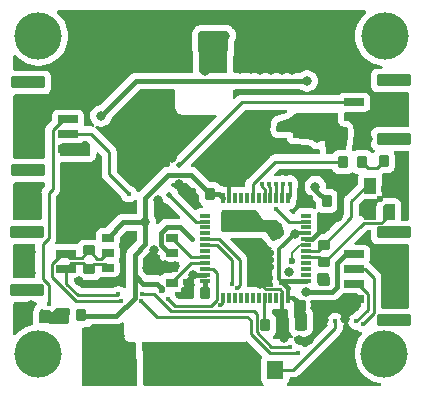
<source format=gbr>
%TF.GenerationSoftware,KiCad,Pcbnew,(6.0.1)*%
%TF.CreationDate,2022-07-23T16:31:21+08:00*%
%TF.ProjectId,IMU_base_V7,494d555f-6261-4736-955f-56372e6b6963,rev?*%
%TF.SameCoordinates,Original*%
%TF.FileFunction,Copper,L1,Top*%
%TF.FilePolarity,Positive*%
%FSLAX46Y46*%
G04 Gerber Fmt 4.6, Leading zero omitted, Abs format (unit mm)*
G04 Created by KiCad (PCBNEW (6.0.1)) date 2022-07-23 16:31:21*
%MOMM*%
%LPD*%
G01*
G04 APERTURE LIST*
G04 Aperture macros list*
%AMRoundRect*
0 Rectangle with rounded corners*
0 $1 Rounding radius*
0 $2 $3 $4 $5 $6 $7 $8 $9 X,Y pos of 4 corners*
0 Add a 4 corners polygon primitive as box body*
4,1,4,$2,$3,$4,$5,$6,$7,$8,$9,$2,$3,0*
0 Add four circle primitives for the rounded corners*
1,1,$1+$1,$2,$3*
1,1,$1+$1,$4,$5*
1,1,$1+$1,$6,$7*
1,1,$1+$1,$8,$9*
0 Add four rect primitives between the rounded corners*
20,1,$1+$1,$2,$3,$4,$5,0*
20,1,$1+$1,$4,$5,$6,$7,0*
20,1,$1+$1,$6,$7,$8,$9,0*
20,1,$1+$1,$8,$9,$2,$3,0*%
%AMFreePoly0*
4,1,18,-0.650000,0.472500,-0.646004,0.492591,-0.634623,0.509623,-0.617591,0.521004,-0.597500,0.525000,0.440000,0.525000,0.650000,0.315000,0.650000,-0.472500,0.646004,-0.492591,0.634623,-0.509623,0.617591,-0.521004,0.597500,-0.525000,-0.597500,-0.525000,-0.617591,-0.521004,-0.634623,-0.509623,-0.646004,-0.492591,-0.650000,-0.472500,-0.650000,0.472500,-0.650000,0.472500,$1*%
G04 Aperture macros list end*
%TA.AperFunction,SMDPad,CuDef*%
%ADD10RoundRect,0.030000X0.470000X0.270000X-0.470000X0.270000X-0.470000X-0.270000X0.470000X-0.270000X0*%
%TD*%
%TA.AperFunction,SMDPad,CuDef*%
%ADD11RoundRect,0.040000X-0.360000X0.460000X-0.360000X-0.460000X0.360000X-0.460000X0.360000X0.460000X0*%
%TD*%
%TA.AperFunction,SMDPad,CuDef*%
%ADD12RoundRect,0.030000X-0.820000X-0.270000X0.820000X-0.270000X0.820000X0.270000X-0.820000X0.270000X0*%
%TD*%
%TA.AperFunction,SMDPad,CuDef*%
%ADD13RoundRect,0.050000X-1.350000X-0.450000X1.350000X-0.450000X1.350000X0.450000X-1.350000X0.450000X0*%
%TD*%
%TA.AperFunction,SMDPad,CuDef*%
%ADD14RoundRect,0.040000X-0.460000X-0.360000X0.460000X-0.360000X0.460000X0.360000X-0.460000X0.360000X0*%
%TD*%
%TA.AperFunction,SMDPad,CuDef*%
%ADD15RoundRect,0.040000X0.360000X-0.460000X0.360000X0.460000X-0.360000X0.460000X-0.360000X-0.460000X0*%
%TD*%
%TA.AperFunction,SMDPad,CuDef*%
%ADD16RoundRect,0.070000X0.630000X0.730000X-0.630000X0.730000X-0.630000X-0.730000X0.630000X-0.730000X0*%
%TD*%
%TA.AperFunction,SMDPad,CuDef*%
%ADD17RoundRect,0.030000X0.820000X0.270000X-0.820000X0.270000X-0.820000X-0.270000X0.820000X-0.270000X0*%
%TD*%
%TA.AperFunction,SMDPad,CuDef*%
%ADD18RoundRect,0.050000X1.350000X0.450000X-1.350000X0.450000X-1.350000X-0.450000X1.350000X-0.450000X0*%
%TD*%
%TA.AperFunction,ComponentPad*%
%ADD19R,3.800000X3.800000*%
%TD*%
%TA.AperFunction,ComponentPad*%
%ADD20C,3.800000*%
%TD*%
%TA.AperFunction,SMDPad,CuDef*%
%ADD21RoundRect,0.052500X0.472500X-0.597500X0.472500X0.597500X-0.472500X0.597500X-0.472500X-0.597500X0*%
%TD*%
%TA.AperFunction,SMDPad,CuDef*%
%ADD22FreePoly0,90.000000*%
%TD*%
%TA.AperFunction,SMDPad,CuDef*%
%ADD23RoundRect,0.040000X0.460000X0.360000X-0.460000X0.360000X-0.460000X-0.360000X0.460000X-0.360000X0*%
%TD*%
%TA.AperFunction,SMDPad,CuDef*%
%ADD24RoundRect,0.015000X0.410000X0.135000X-0.410000X0.135000X-0.410000X-0.135000X0.410000X-0.135000X0*%
%TD*%
%TA.AperFunction,SMDPad,CuDef*%
%ADD25RoundRect,0.015000X-0.135000X0.410000X-0.135000X-0.410000X0.135000X-0.410000X0.135000X0.410000X0*%
%TD*%
%TA.AperFunction,ViaPad*%
%ADD26C,0.800000*%
%TD*%
%TA.AperFunction,ViaPad*%
%ADD27C,0.600000*%
%TD*%
%TA.AperFunction,ViaPad*%
%ADD28C,0.400000*%
%TD*%
%TA.AperFunction,ViaPad*%
%ADD29C,0.500000*%
%TD*%
%TA.AperFunction,ViaPad*%
%ADD30C,4.000000*%
%TD*%
%TA.AperFunction,ViaPad*%
%ADD31C,0.350000*%
%TD*%
%TA.AperFunction,Conductor*%
%ADD32C,0.250000*%
%TD*%
%TA.AperFunction,Conductor*%
%ADD33C,0.400000*%
%TD*%
%TA.AperFunction,Conductor*%
%ADD34C,0.350000*%
%TD*%
%TA.AperFunction,Conductor*%
%ADD35C,0.300000*%
%TD*%
%TA.AperFunction,Conductor*%
%ADD36C,0.200000*%
%TD*%
%TA.AperFunction,Conductor*%
%ADD37C,0.800000*%
%TD*%
G04 APERTURE END LIST*
D10*
%TO.P,U4,8,S*%
%TO.N,GND*%
X105400000Y-79210000D03*
%TO.P,U4,7,CAN_H*%
%TO.N,/CAN_H*%
X105400000Y-77940000D03*
%TO.P,U4,6,CAN_L*%
%TO.N,/CAN_L*%
X105400000Y-76670000D03*
%TO.P,U4,5,V_IO*%
%TO.N,+3V3*%
X105400000Y-75400000D03*
%TO.P,U4,4,Rx_D*%
%TO.N,/CAN0_RX*%
X110800000Y-75400000D03*
%TO.P,U4,3,Vin*%
%TO.N,+5V*%
X110800000Y-76670000D03*
%TO.P,U4,2,GND*%
%TO.N,GND*%
X110800000Y-77940000D03*
%TO.P,U4,1,Tx_D*%
%TO.N,/CAN0_TX*%
X110800000Y-79210000D03*
%TD*%
D11*
%TO.P,C5,1*%
%TO.N,+3V3*%
X123900000Y-72300000D03*
%TO.P,C5,2*%
%TO.N,GND*%
X122300000Y-72300000D03*
%TD*%
%TO.P,D3,1,Cathode*%
%TO.N,GND*%
X130350000Y-68950000D03*
%TO.P,D3,2,Anode*%
%TO.N,Net-(D3-Pad2)*%
X128750000Y-68950000D03*
%TD*%
%TO.P,C2,1*%
%TO.N,+3V3*%
X113600000Y-80100000D03*
%TO.P,C2,2*%
%TO.N,GND*%
X112000000Y-80100000D03*
%TD*%
D12*
%TO.P,J4,1*%
%TO.N,+24V*%
X126250000Y-76825000D03*
%TO.P,J4,2*%
%TO.N,/CAN_H*%
X126250000Y-78075000D03*
%TO.P,J4,3*%
%TO.N,/CAN_L*%
X126250000Y-79325000D03*
%TO.P,J4,4*%
%TO.N,GND*%
X126250000Y-80575000D03*
D13*
%TO.P,J4,MP*%
%TO.N,N/C*%
X129600000Y-82425000D03*
X129600000Y-74975000D03*
%TD*%
D14*
%TO.P,R8,2*%
%TO.N,/CAN_H*%
X103800000Y-78100000D03*
%TO.P,R8,1*%
%TO.N,/CAN_L*%
X103800000Y-76500000D03*
%TD*%
D11*
%TO.P,R7,1*%
%TO.N,Net-(D3-Pad2)*%
X126900000Y-69000000D03*
%TO.P,R7,2*%
%TO.N,/LED*%
X125300000Y-69000000D03*
%TD*%
D15*
%TO.P,C6,1*%
%TO.N,+3V3*%
X121700000Y-81200000D03*
%TO.P,C6,2*%
%TO.N,GND*%
X123300000Y-81200000D03*
%TD*%
D12*
%TO.P,J3,1*%
%TO.N,Net-(J3-Pad1)*%
X126250000Y-63950000D03*
%TO.P,J3,2*%
%TO.N,GND*%
X126250000Y-65200000D03*
D13*
%TO.P,J3,MP*%
%TO.N,N/C*%
X129600000Y-67050000D03*
X129600000Y-62100000D03*
%TD*%
D15*
%TO.P,C1,1*%
%TO.N,+3V3*%
X121700000Y-82800000D03*
%TO.P,C1,2*%
%TO.N,GND*%
X123300000Y-82800000D03*
%TD*%
D16*
%TO.P,SW1,1*%
%TO.N,/RESET*%
X119550000Y-86600000D03*
%TO.P,SW1,2*%
%TO.N,GND*%
X116050000Y-86600000D03*
%TD*%
D15*
%TO.P,R4,1*%
%TO.N,/BOOT0*%
X118700000Y-82800000D03*
%TO.P,R4,2*%
%TO.N,GND*%
X120300000Y-82800000D03*
%TD*%
D17*
%TO.P,SW,1*%
%TO.N,+3V3*%
X102000000Y-67875000D03*
%TO.P,SW,2*%
%TO.N,/SWDIO*%
X102000000Y-66625000D03*
%TO.P,SW,3*%
%TO.N,/SWCLK*%
X102000000Y-65375000D03*
%TO.P,SW,4*%
%TO.N,GND*%
X102000000Y-64125000D03*
D18*
%TO.P,SW,MP*%
%TO.N,N/C*%
X98650000Y-62275000D03*
X98650000Y-69725000D03*
%TD*%
D19*
%TO.P,+,1*%
%TO.N,+24V*%
X105800000Y-86100000D03*
D20*
%TO.P,+,2*%
%TO.N,GND*%
X110800000Y-86100000D03*
%TD*%
D21*
%TO.P,X1,4*%
%TO.N,GND*%
X127600000Y-73200000D03*
%TO.P,X1,3*%
%TO.N,/XTAL1*%
X127600000Y-71000000D03*
%TO.P,X1,2*%
%TO.N,GND*%
X129150000Y-71000000D03*
D22*
%TO.P,X1,1*%
%TO.N,/XTAL0*%
X129150000Y-73200000D03*
%TD*%
D14*
%TO.P,C15,1*%
%TO.N,GND*%
X123700000Y-74400000D03*
%TO.P,C15,2*%
%TO.N,/XTAL1*%
X123700000Y-76000000D03*
%TD*%
D15*
%TO.P,D2,1,Cathode*%
%TO.N,GND*%
X98550000Y-82050000D03*
%TO.P,D2,2,Anode*%
%TO.N,Net-(D2-Pad2)*%
X100150000Y-82050000D03*
%TD*%
%TO.P,R2,1*%
%TO.N,Net-(D2-Pad2)*%
X101550000Y-82000000D03*
%TO.P,R2,2*%
%TO.N,+3V3*%
X103150000Y-82000000D03*
%TD*%
D11*
%TO.P,C4,1*%
%TO.N,+3V3*%
X114000000Y-71700000D03*
%TO.P,C4,2*%
%TO.N,GND*%
X112400000Y-71700000D03*
%TD*%
D17*
%TO.P,CAN,1*%
%TO.N,/CAN_H*%
X101850000Y-78025000D03*
%TO.P,CAN,2*%
%TO.N,/CAN_L*%
X101850000Y-76775000D03*
D18*
%TO.P,CAN,MP*%
%TO.N,N/C*%
X98500000Y-79875000D03*
X98500000Y-74925000D03*
%TD*%
D23*
%TO.P,C14,2*%
%TO.N,/XTAL0*%
X123700000Y-77500000D03*
%TO.P,C14,1*%
%TO.N,GND*%
X123700000Y-79100000D03*
%TD*%
D24*
%TO.P,U2,1,Vbat*%
%TO.N,+3V3*%
X122150000Y-79050000D03*
%TO.P,U2,2,PC13*%
%TO.N,unconnected-(U2-Pad2)*%
X122150000Y-78550000D03*
%TO.P,U2,3,PC14*%
%TO.N,unconnected-(U2-Pad3)*%
X122150000Y-78050000D03*
%TO.P,U2,4,PC15*%
%TO.N,unconnected-(U2-Pad4)*%
X122150000Y-77550000D03*
%TO.P,U2,5,PD0*%
%TO.N,/XTAL0*%
X122150000Y-77050000D03*
%TO.P,U2,6,PD1*%
%TO.N,/XTAL1*%
X122150000Y-76550000D03*
%TO.P,U2,7,nRST*%
%TO.N,/RESET*%
X122150000Y-76050000D03*
%TO.P,U2,8,GND_A*%
%TO.N,GND*%
X122150000Y-75550000D03*
%TO.P,U2,9,Vin_A*%
%TO.N,+3V3*%
X122150000Y-75050000D03*
%TO.P,U2,10,PA0*%
%TO.N,unconnected-(U2-Pad10)*%
X122150000Y-74550000D03*
%TO.P,U2,11,PA1*%
%TO.N,/TIM10_CH1*%
X122150000Y-74050000D03*
%TO.P,U2,12,PA2*%
%TO.N,unconnected-(U2-Pad12)*%
X122150000Y-73550000D03*
D25*
%TO.P,U2,13,PA3*%
%TO.N,/INT1_Acce1*%
X120650000Y-72050000D03*
%TO.P,U2,14,PA4*%
%TO.N,/INT1_Gyro*%
X120150000Y-72050000D03*
%TO.P,U2,15,PA5*%
%TO.N,/SPI1_CLK*%
X119650000Y-72050000D03*
%TO.P,U2,16,PA6*%
%TO.N,/SPI1_MISO*%
X119150000Y-72050000D03*
%TO.P,U2,17,PA7*%
%TO.N,/SPI1_MOSI*%
X118650000Y-72050000D03*
%TO.P,U2,18,PB0*%
%TO.N,unconnected-(U2-Pad18)*%
X118150000Y-72050000D03*
%TO.P,U2,19,PB1*%
%TO.N,/LED*%
X117650000Y-72050000D03*
%TO.P,U2,20,PB2*%
%TO.N,unconnected-(U2-Pad20)*%
X117150000Y-72050000D03*
%TO.P,U2,21,PB10*%
%TO.N,unconnected-(U2-Pad21)*%
X116650000Y-72050000D03*
%TO.P,U2,22,PB11*%
%TO.N,unconnected-(U2-Pad22)*%
X116150000Y-72050000D03*
%TO.P,U2,23,GND*%
%TO.N,GND*%
X115650000Y-72050000D03*
%TO.P,U2,24,Vin*%
%TO.N,+3V3*%
X115150000Y-72050000D03*
D24*
%TO.P,U2,25,PB12*%
%TO.N,unconnected-(U2-Pad25)*%
X113650000Y-73550000D03*
%TO.P,U2,26,PB13*%
%TO.N,Net-(J3-Pad1)*%
X113650000Y-74050000D03*
%TO.P,U2,27,PB14*%
%TO.N,unconnected-(U2-Pad27)*%
X113650000Y-74550000D03*
%TO.P,U2,28,PB15*%
%TO.N,unconnected-(U2-Pad28)*%
X113650000Y-75050000D03*
%TO.P,U2,29,PA8*%
%TO.N,/CS1_Acce1*%
X113650000Y-75550000D03*
%TO.P,U2,30,PA9*%
%TO.N,/CS1_Gyro*%
X113650000Y-76050000D03*
%TO.P,U2,31,PA10*%
%TO.N,unconnected-(U2-Pad31)*%
X113650000Y-76550000D03*
%TO.P,U2,32,PA11*%
%TO.N,/CAN0_RX*%
X113650000Y-77050000D03*
%TO.P,U2,33,PA12*%
%TO.N,/CAN0_TX*%
X113650000Y-77550000D03*
%TO.P,U2,34,PA13*%
%TO.N,/SWDIO*%
X113650000Y-78050000D03*
%TO.P,U2,35,GND*%
%TO.N,GND*%
X113650000Y-78550000D03*
%TO.P,U2,36,Vin*%
%TO.N,+3V3*%
X113650000Y-79050000D03*
D25*
%TO.P,U2,37,PA14*%
%TO.N,/SWCLK*%
X115150000Y-80550000D03*
%TO.P,U2,38,PA15*%
%TO.N,unconnected-(U2-Pad38)*%
X115650000Y-80550000D03*
%TO.P,U2,39,PB3*%
%TO.N,unconnected-(U2-Pad39)*%
X116150000Y-80550000D03*
%TO.P,U2,40,PB4*%
%TO.N,unconnected-(U2-Pad40)*%
X116650000Y-80550000D03*
%TO.P,U2,41,PB5*%
%TO.N,unconnected-(U2-Pad41)*%
X117150000Y-80550000D03*
%TO.P,U2,42,PB6*%
%TO.N,unconnected-(U2-Pad42)*%
X117650000Y-80550000D03*
%TO.P,U2,43,PB7*%
%TO.N,unconnected-(U2-Pad43)*%
X118150000Y-80550000D03*
%TO.P,U2,44,BOOT0*%
%TO.N,/BOOT0*%
X118650000Y-80550000D03*
%TO.P,U2,45,PB8*%
%TO.N,unconnected-(U2-Pad45)*%
X119150000Y-80550000D03*
%TO.P,U2,46,PB9*%
%TO.N,unconnected-(U2-Pad46)*%
X119650000Y-80550000D03*
%TO.P,U2,47,GND*%
%TO.N,GND*%
X120150000Y-80550000D03*
%TO.P,U2,48,Vin*%
%TO.N,+3V3*%
X120650000Y-80550000D03*
%TD*%
D26*
%TO.N,GND*%
X123800000Y-78800000D03*
X129100000Y-80500000D03*
X129100000Y-79500000D03*
X129200000Y-78600000D03*
X129200000Y-77600000D03*
X123700000Y-82400000D03*
X123800000Y-81300000D03*
X126300000Y-81300000D03*
X125500000Y-82300000D03*
X125400000Y-81200000D03*
D27*
X119200000Y-76700000D03*
X119200000Y-77300000D03*
X119200000Y-77900000D03*
D26*
X110200000Y-77700000D03*
X112600000Y-78600000D03*
X111100000Y-77800000D03*
X106500000Y-79100000D03*
X98000000Y-76500000D03*
X97900000Y-77400000D03*
X98100000Y-78400000D03*
X98900000Y-78400000D03*
X98800000Y-77500000D03*
X98900000Y-76600000D03*
X102900000Y-79100000D03*
X125500000Y-70600000D03*
X124700000Y-70600000D03*
X127400000Y-67100000D03*
X127500000Y-66000000D03*
%TO.N,+3V3*%
X121100000Y-66000000D03*
X123100000Y-67000000D03*
X123000000Y-66200000D03*
X123100000Y-65300000D03*
X124000000Y-67000000D03*
X124000000Y-66100000D03*
X124000000Y-65300000D03*
%TO.N,GND*%
X126600000Y-67000000D03*
X126600000Y-66100000D03*
X122100000Y-57900000D03*
X122100000Y-58900000D03*
X121000000Y-61200000D03*
X120100000Y-61200000D03*
X119200000Y-61200000D03*
X118300000Y-61200000D03*
X117500000Y-61100000D03*
X116600000Y-61100000D03*
X116600000Y-60300000D03*
X116600000Y-59500000D03*
X116700000Y-58700000D03*
X116700000Y-57900000D03*
X109900000Y-58200000D03*
X109900000Y-59000000D03*
X109800000Y-59800000D03*
%TO.N,+5V*%
X115300000Y-58300000D03*
X114500000Y-58300000D03*
X113600000Y-61300000D03*
X113600000Y-60400000D03*
X113700000Y-59600000D03*
X113700000Y-58800000D03*
%TO.N,GND*%
X109200000Y-60400000D03*
X108500000Y-61000000D03*
X107000000Y-58600000D03*
X107000000Y-59700000D03*
X107600000Y-64900000D03*
X106700000Y-65200000D03*
X110100000Y-64800000D03*
X110000000Y-66000000D03*
X103000000Y-69800000D03*
X102900000Y-70800000D03*
X102800000Y-71600000D03*
X102900000Y-72600000D03*
%TO.N,+24V*%
X104000000Y-83700000D03*
X106400000Y-83700000D03*
X105600000Y-83700000D03*
X104800000Y-83700000D03*
%TO.N,GND*%
X122400000Y-84100000D03*
X121600000Y-84100000D03*
X120700000Y-78300000D03*
D27*
X119100000Y-78800000D03*
D26*
%TO.N,GNDPWR*%
X117600000Y-73700000D03*
X116700000Y-73700000D03*
%TO.N,GND*%
X111400000Y-70900000D03*
D27*
%TO.N,+3V3*%
X109947361Y-79846003D03*
%TO.N,GND*%
X128800000Y-71300000D03*
X127900000Y-72600000D03*
X128400000Y-72100000D03*
D26*
X129500000Y-70700000D03*
X127200000Y-73425980D03*
X124900000Y-73700000D03*
X109300000Y-76500000D03*
X109600000Y-72200000D03*
D27*
%TO.N,+3V3*%
X113600000Y-80100000D03*
D28*
%TO.N,/CAN_H*%
X127000000Y-82700000D03*
%TO.N,/CAN_L*%
X126431262Y-82510420D03*
X121500000Y-85200000D03*
%TO.N,/CAN_H*%
X120800000Y-84643376D03*
D26*
%TO.N,GND*%
X120300000Y-83900000D03*
D28*
%TO.N,/CAN_L*%
X108182448Y-80775500D03*
X106500000Y-80775500D03*
%TO.N,/CAN_H*%
X108249500Y-80176260D03*
X106277350Y-80218876D03*
D26*
%TO.N,+24V*%
X122200000Y-80000000D03*
D27*
%TO.N,GND*%
X112000000Y-79200000D03*
D26*
%TO.N,+3V3*%
X121200000Y-75100000D03*
D29*
%TO.N,Net-(J3-Pad1)*%
X111400689Y-69300689D03*
X110600000Y-71800000D03*
D26*
%TO.N,+3V3*%
X122950000Y-71100000D03*
X103400000Y-67900000D03*
X104800000Y-65100000D03*
D30*
%TO.N,*%
X128799600Y-85244206D03*
X99509600Y-58344206D03*
X99509600Y-85244206D03*
X128809600Y-58344206D03*
D26*
%TO.N,+3V3*%
X108550000Y-74100000D03*
X122250000Y-62150000D03*
D27*
X120150000Y-79200000D03*
D31*
%TO.N,GND*%
X122700000Y-80850000D03*
D26*
X99000000Y-67850000D03*
X115400000Y-68300000D03*
X120100000Y-58850000D03*
X116250000Y-68000000D03*
X119300000Y-67250000D03*
X99200000Y-73400000D03*
X99100000Y-65950000D03*
D31*
X122700000Y-81350000D03*
D26*
X106065266Y-58643548D03*
X110800000Y-68700000D03*
X118300000Y-79300000D03*
X113350000Y-86450000D03*
X108725500Y-78000000D03*
X113250000Y-85500000D03*
X99200000Y-72350000D03*
X105050000Y-59650000D03*
X105050000Y-58700000D03*
X113000000Y-87300000D03*
X99100000Y-65050000D03*
X98850000Y-81100000D03*
X106100000Y-59700000D03*
X120100000Y-57950000D03*
X99100000Y-66850000D03*
X121143135Y-57942197D03*
X121150000Y-58900000D03*
X113100000Y-84650000D03*
D29*
%TO.N,+5V*%
X112488479Y-75511521D03*
D27*
%TO.N,/RESET*%
X121000000Y-77400000D03*
D28*
X124650000Y-82500000D03*
%TO.N,/SWDIO*%
X107150000Y-71700000D03*
X110450000Y-80600000D03*
%TO.N,/SWCLK*%
X100400000Y-81000000D03*
X114900000Y-81138644D03*
%TO.N,/TIM10_CH1*%
X119650000Y-72950000D03*
%TO.N,/INT1_Acce1*%
X120800000Y-70850000D03*
%TO.N,/INT1_Gyro*%
X120195836Y-70833796D03*
%TO.N,/SPI1_CLK*%
X119600695Y-70905980D03*
%TO.N,/SPI1_MISO*%
X119000497Y-70900000D03*
%TO.N,/SPI1_MOSI*%
X118400994Y-70900000D03*
%TO.N,/CS1_Acce1*%
X116355761Y-79653770D03*
%TO.N,/CS1_Gyro*%
X115854122Y-79325500D03*
%TD*%
D32*
%TO.N,/SWDIO*%
X107150000Y-71700000D02*
X105500000Y-70050000D01*
X105500000Y-70050000D02*
X105500000Y-68200000D01*
X103925000Y-66625000D02*
X105500000Y-68200000D01*
X102000000Y-66625000D02*
X103925000Y-66625000D01*
%TO.N,/XTAL0*%
X129150000Y-73550000D02*
X129150000Y-73200000D01*
X128549520Y-74150480D02*
X129150000Y-73550000D01*
%TO.N,/XTAL1*%
X127300000Y-71000000D02*
X127600000Y-71000000D01*
X126000000Y-72300000D02*
X127300000Y-71000000D01*
D33*
%TO.N,+24V*%
X125575000Y-76825000D02*
X124800000Y-77600000D01*
X124800000Y-77600000D02*
X124800000Y-77933634D01*
X126250000Y-76825000D02*
X125575000Y-76825000D01*
%TO.N,GND*%
X123700000Y-78900000D02*
X123800000Y-78800000D01*
X123700000Y-79100000D02*
X123700000Y-78900000D01*
D32*
%TO.N,/CAN_L*%
X126591366Y-79325000D02*
X126250000Y-79325000D01*
X127424520Y-81517162D02*
X127424520Y-80158154D01*
X127424520Y-80158154D02*
X126591366Y-79325000D01*
X126431262Y-82510420D02*
X127424520Y-81517162D01*
%TO.N,/CAN_H*%
X127175000Y-78075000D02*
X126250000Y-78075000D01*
X127900000Y-78800000D02*
X127175000Y-78075000D01*
X127900000Y-81800000D02*
X127900000Y-78800000D01*
X127000000Y-82700000D02*
X127900000Y-81800000D01*
D33*
%TO.N,GND*%
X112600000Y-78600000D02*
X112000000Y-79200000D01*
X112400000Y-71700000D02*
X112200000Y-71700000D01*
X112200000Y-71700000D02*
X111400000Y-70900000D01*
%TO.N,+3V3*%
X110500000Y-70100000D02*
X112400000Y-70100000D01*
X108550000Y-72050000D02*
X110500000Y-70100000D01*
X108550000Y-74100000D02*
X108550000Y-72050000D01*
X112400000Y-70100000D02*
X114000000Y-71700000D01*
D32*
%TO.N,Net-(J3-Pad1)*%
X111400689Y-69299311D02*
X116750000Y-63950000D01*
X116750000Y-63950000D02*
X126250000Y-63950000D01*
X111400689Y-69300689D02*
X111400689Y-69299311D01*
D33*
%TO.N,+3V3*%
X109947361Y-79704794D02*
X109542567Y-79300000D01*
X109947361Y-79846003D02*
X109947361Y-79704794D01*
X108400000Y-79300000D02*
X109542567Y-79300000D01*
X107650000Y-78550000D02*
X108400000Y-79300000D01*
X107650000Y-78550000D02*
X107650000Y-80500000D01*
X107650000Y-76850000D02*
X107650000Y-78550000D01*
%TO.N,GND*%
X123700000Y-74530978D02*
X123700000Y-74400000D01*
X122680978Y-75550000D02*
X123700000Y-74530978D01*
X122150000Y-75550000D02*
X122680978Y-75550000D01*
D32*
%TO.N,/SWDIO*%
X114096872Y-81200000D02*
X111050000Y-81200000D01*
X111050000Y-81200000D02*
X110450000Y-80600000D01*
X114600000Y-80696872D02*
X114096872Y-81200000D01*
X114250000Y-78050000D02*
X114600000Y-78400000D01*
X113650000Y-78050000D02*
X114250000Y-78050000D01*
X114600000Y-78400000D02*
X114600000Y-80696872D01*
%TO.N,/SWCLK*%
X115150000Y-80888644D02*
X115150000Y-80550000D01*
X114900000Y-81138644D02*
X115150000Y-80888644D01*
%TO.N,/CAN_H*%
X110763144Y-81663144D02*
X109276260Y-80176260D01*
X117763144Y-81663144D02*
X110763144Y-81663144D01*
X117975480Y-81875480D02*
X117763144Y-81663144D01*
X117975480Y-83410989D02*
X117975480Y-81875480D01*
X119207867Y-84643376D02*
X117975480Y-83410989D01*
X109276260Y-80176260D02*
X108249500Y-80176260D01*
X120800000Y-84643376D02*
X119207867Y-84643376D01*
%TO.N,/CAN_L*%
X119100000Y-85200000D02*
X121500000Y-85200000D01*
X117500000Y-83600000D02*
X119100000Y-85200000D01*
X117500000Y-82412664D02*
X117500000Y-83600000D01*
X117200000Y-82112664D02*
X117500000Y-82412664D01*
X115600000Y-82112664D02*
X117200000Y-82112664D01*
X109519612Y-82112664D02*
X115600000Y-82112664D01*
X108182448Y-80775500D02*
X109519612Y-82112664D01*
%TO.N,/RESET*%
X121100000Y-86600000D02*
X119550000Y-86600000D01*
X124650000Y-83050000D02*
X121100000Y-86600000D01*
X124650000Y-82500000D02*
X124650000Y-83050000D01*
D33*
%TO.N,GND*%
X120150000Y-82650000D02*
X120300000Y-82800000D01*
D34*
X120150000Y-80550000D02*
X120150000Y-82650000D01*
D32*
%TO.N,/BOOT0*%
X118624520Y-82724520D02*
X118700000Y-82800000D01*
X118624520Y-80575480D02*
X118624520Y-82724520D01*
X118650000Y-80550000D02*
X118624520Y-80575480D01*
%TO.N,/CAN_H*%
X101850000Y-79300000D02*
X101850000Y-78025000D01*
X102850000Y-80300000D02*
X101850000Y-79300000D01*
X106277350Y-80218876D02*
X106196226Y-80300000D01*
X106196226Y-80300000D02*
X102850000Y-80300000D01*
%TO.N,/CAN_L*%
X100675480Y-78761198D02*
X100675480Y-77608154D01*
X100675480Y-77608154D02*
X101508634Y-76775000D01*
X106475500Y-80800000D02*
X102714282Y-80800000D01*
X106500000Y-80775500D02*
X106475500Y-80800000D01*
X102714282Y-80800000D02*
X100675480Y-78761198D01*
X101508634Y-76775000D02*
X101850000Y-76775000D01*
%TO.N,/SWCLK*%
X101658634Y-65375000D02*
X102000000Y-65375000D01*
X100700000Y-66333634D02*
X101658634Y-65375000D01*
X100700000Y-71300000D02*
X100700000Y-66333634D01*
X100400000Y-75464282D02*
X100400000Y-71600000D01*
X99874511Y-75989771D02*
X100400000Y-75464282D01*
X99874511Y-78919860D02*
X99874511Y-75989771D01*
X100400000Y-79445349D02*
X99874511Y-78919860D01*
X100400000Y-81000000D02*
X100400000Y-79445349D01*
X100400000Y-71600000D02*
X100700000Y-71300000D01*
D33*
%TO.N,+24V*%
X124400000Y-80000000D02*
X122200000Y-80000000D01*
X124800000Y-79600000D02*
X124400000Y-80000000D01*
X124800000Y-77933634D02*
X124800000Y-79600000D01*
%TO.N,GND*%
X112650000Y-78550000D02*
X112600000Y-78600000D01*
X113650000Y-78550000D02*
X112650000Y-78550000D01*
%TO.N,+3V3*%
X113650000Y-79050000D02*
X113650000Y-80050000D01*
X113650000Y-80050000D02*
X113600000Y-80100000D01*
%TO.N,GND*%
X112000000Y-80100000D02*
X112000000Y-79200000D01*
D35*
%TO.N,+3V3*%
X121200000Y-75100000D02*
X121250000Y-75050000D01*
X121250000Y-75050000D02*
X122150000Y-75050000D01*
X119900000Y-76400000D02*
X121200000Y-75100000D01*
X119900000Y-78950000D02*
X119900000Y-76400000D01*
X120150000Y-79200000D02*
X119900000Y-78950000D01*
D32*
%TO.N,Net-(J3-Pad1)*%
X112850000Y-74050000D02*
X110600000Y-71800000D01*
X113650000Y-74050000D02*
X112850000Y-74050000D01*
D36*
%TO.N,/RESET*%
X121000000Y-76710202D02*
X121660202Y-76050000D01*
X121000000Y-77400000D02*
X121000000Y-76710202D01*
X121660202Y-76050000D02*
X122150000Y-76050000D01*
D33*
%TO.N,+3V3*%
X120250480Y-79099520D02*
X122150000Y-79099520D01*
X120150000Y-79200000D02*
X120250480Y-79099520D01*
X106700000Y-74100000D02*
X105400000Y-75400000D01*
X108550000Y-74100000D02*
X106700000Y-74100000D01*
%TO.N,+5V*%
X110400000Y-74500000D02*
X111476958Y-74500000D01*
X111476958Y-74500000D02*
X112488479Y-75511521D01*
X109900000Y-75000000D02*
X110400000Y-74500000D01*
X109900000Y-76000000D02*
X109900000Y-75000000D01*
X110570000Y-76670000D02*
X109900000Y-76000000D01*
D32*
X110800000Y-76670000D02*
X110570000Y-76670000D01*
%TO.N,/CAN_L*%
X105330000Y-76670000D02*
X104800000Y-77200000D01*
X105400000Y-76670000D02*
X105330000Y-76670000D01*
X104800000Y-77200000D02*
X104500000Y-77200000D01*
X104500000Y-77200000D02*
X103800000Y-76500000D01*
%TO.N,/CAN_H*%
X104250480Y-77649520D02*
X103800000Y-78100000D01*
X105109520Y-77649520D02*
X104250480Y-77649520D01*
X105400000Y-77940000D02*
X105109520Y-77649520D01*
X102275000Y-77600000D02*
X101850000Y-78025000D01*
X103300000Y-77600000D02*
X102275000Y-77600000D01*
X103800000Y-78100000D02*
X103300000Y-77600000D01*
%TO.N,/CAN_L*%
X103200000Y-77100000D02*
X102175000Y-77100000D01*
X103800000Y-76500000D02*
X103200000Y-77100000D01*
X102175000Y-77100000D02*
X101850000Y-76775000D01*
D33*
%TO.N,+3V3*%
X108550000Y-74100000D02*
X108550000Y-75950000D01*
X108550000Y-75950000D02*
X107650000Y-76850000D01*
D32*
%TO.N,/CAN0_TX*%
X112450000Y-77550000D02*
X113650000Y-77550000D01*
X110800000Y-79200000D02*
X112450000Y-77550000D01*
X110800000Y-79210000D02*
X110800000Y-79200000D01*
%TO.N,/CAN0_RX*%
X112450000Y-77050000D02*
X113650000Y-77050000D01*
X110800000Y-75400000D02*
X112450000Y-77050000D01*
D33*
%TO.N,+3V3*%
X122950000Y-71100000D02*
X122950000Y-71350000D01*
X122950000Y-71350000D02*
X123900000Y-72300000D01*
D32*
%TO.N,/XTAL1*%
X126000000Y-73700000D02*
X123700000Y-76000000D01*
X126000000Y-72300000D02*
X126000000Y-73700000D01*
%TO.N,/XTAL0*%
X127049520Y-74150480D02*
X123700000Y-77500000D01*
X128549520Y-74150480D02*
X127049520Y-74150480D01*
%TO.N,Net-(D3-Pad2)*%
X128200000Y-69500000D02*
X128750000Y-68950000D01*
X126900000Y-69000000D02*
X127400000Y-69500000D01*
X127400000Y-69500000D02*
X128200000Y-69500000D01*
%TO.N,/XTAL1*%
X123700000Y-76000000D02*
X123150000Y-76550000D01*
X123150000Y-76550000D02*
X122150000Y-76550000D01*
%TO.N,/XTAL0*%
X123250000Y-77050000D02*
X122150000Y-77050000D01*
X123700000Y-77500000D02*
X123250000Y-77050000D01*
%TO.N,/LED*%
X119559222Y-69000000D02*
X125300000Y-69000000D01*
X117650000Y-70909222D02*
X119559222Y-69000000D01*
X117650000Y-72050000D02*
X117650000Y-70909222D01*
D33*
%TO.N,+3V3*%
X107750000Y-62150000D02*
X104800000Y-65100000D01*
X110550000Y-62150000D02*
X107750000Y-62150000D01*
X120650000Y-79700000D02*
X120150000Y-79200000D01*
X114800000Y-71700000D02*
X115150000Y-72050000D01*
D35*
X120650000Y-80550000D02*
X120650000Y-79700000D01*
D33*
X110550000Y-62150000D02*
X122250000Y-62150000D01*
X107650000Y-80500000D02*
X106100000Y-82050000D01*
X121050000Y-80550000D02*
X121700000Y-81200000D01*
D34*
X120650000Y-80550000D02*
X121050000Y-80550000D01*
D33*
X106100000Y-82050000D02*
X103200000Y-82050000D01*
X114000000Y-71700000D02*
X114800000Y-71700000D01*
D34*
%TO.N,GND*%
X115650000Y-71700000D02*
X115650000Y-68550000D01*
D37*
X119300000Y-67250000D02*
X118550000Y-68000000D01*
D33*
X115650000Y-68550000D02*
X115400000Y-68300000D01*
D32*
X120150000Y-80024847D02*
X120150000Y-80550000D01*
X118800480Y-79800480D02*
X119925633Y-79800480D01*
X118300000Y-79300000D02*
X118800480Y-79800480D01*
D37*
X118550000Y-68000000D02*
X116400000Y-68000000D01*
D32*
X119925633Y-79800480D02*
X120150000Y-80024847D01*
%TO.N,/TIM10_CH1*%
X120750000Y-74050000D02*
X122150000Y-74050000D01*
X119650000Y-72950000D02*
X120750000Y-74050000D01*
%TO.N,/INT1_Acce1*%
X120650000Y-72050000D02*
X120800000Y-71900000D01*
X120800000Y-71900000D02*
X120800000Y-70850000D01*
%TO.N,/INT1_Gyro*%
X120150000Y-72050000D02*
X120150000Y-70879632D01*
X120150000Y-70879632D02*
X120195836Y-70833796D01*
%TO.N,/SPI1_CLK*%
X119650000Y-72050000D02*
X119650000Y-70955285D01*
X119650000Y-70955285D02*
X119600695Y-70905980D01*
%TO.N,/SPI1_MISO*%
X119150000Y-72050000D02*
X119150000Y-71197057D01*
X119000497Y-71047554D02*
X119000497Y-70900000D01*
X119150000Y-71197057D02*
X119000497Y-71047554D01*
%TO.N,/SPI1_MOSI*%
X118400994Y-71083769D02*
X118400994Y-70900000D01*
X118650000Y-72050000D02*
X118650000Y-71332775D01*
X118650000Y-71332775D02*
X118400994Y-71083769D01*
%TO.N,/CS1_Acce1*%
X116550000Y-77300000D02*
X116550000Y-79459531D01*
X113650000Y-75550000D02*
X114800000Y-75550000D01*
X114800000Y-75550000D02*
X116550000Y-77300000D01*
X116550000Y-79459531D02*
X116355761Y-79653770D01*
%TO.N,/CS1_Gyro*%
X114600000Y-76050000D02*
X115854122Y-77304122D01*
X115854122Y-77304122D02*
X115854122Y-79325500D01*
X113650000Y-76050000D02*
X114600000Y-76050000D01*
%TD*%
%TA.AperFunction,Conductor*%
%TO.N,+3V3*%
G36*
X121348401Y-80458626D02*
G01*
X121415589Y-80481568D01*
X121452046Y-80521505D01*
X121460960Y-80536944D01*
X121588747Y-80678866D01*
X121743248Y-80791118D01*
X121749276Y-80793802D01*
X121749278Y-80793803D01*
X121911681Y-80866109D01*
X121917712Y-80868794D01*
X121927655Y-80870907D01*
X121929478Y-80871891D01*
X121930452Y-80872208D01*
X121930394Y-80872386D01*
X121990129Y-80904632D01*
X122024453Y-80966780D01*
X122026702Y-80980330D01*
X122028837Y-80999674D01*
X122028838Y-80999678D01*
X122029671Y-81007224D01*
X122032282Y-81014359D01*
X122047357Y-81055556D01*
X122051983Y-81126402D01*
X122046428Y-81144616D01*
X122033111Y-81178772D01*
X122011518Y-81342790D01*
X122029671Y-81507224D01*
X122086524Y-81662582D01*
X122090761Y-81668888D01*
X122090763Y-81668891D01*
X122133324Y-81732227D01*
X122178794Y-81799893D01*
X122184413Y-81805006D01*
X122233899Y-81850036D01*
X122270821Y-81910676D01*
X122275079Y-81945400D01*
X122255136Y-83102130D01*
X122233963Y-83169896D01*
X122179514Y-83215457D01*
X122155353Y-83223204D01*
X122124176Y-83229831D01*
X122124167Y-83229834D01*
X122117712Y-83231206D01*
X122111685Y-83233889D01*
X122111677Y-83233892D01*
X122051248Y-83260797D01*
X121980881Y-83270231D01*
X121948752Y-83260797D01*
X121888323Y-83233892D01*
X121888315Y-83233889D01*
X121882288Y-83231206D01*
X121788887Y-83211353D01*
X121701944Y-83192872D01*
X121701939Y-83192872D01*
X121695487Y-83191500D01*
X121504513Y-83191500D01*
X121498061Y-83192872D01*
X121498056Y-83192872D01*
X121360697Y-83222069D01*
X121289906Y-83216667D01*
X121233274Y-83173850D01*
X121208780Y-83107212D01*
X121208500Y-83098822D01*
X121208500Y-82297386D01*
X121197675Y-82207934D01*
X121187051Y-82181100D01*
X121178222Y-82136889D01*
X121151445Y-80583830D01*
X121170269Y-80515376D01*
X121223116Y-80467965D01*
X121282898Y-80455778D01*
X121348401Y-80458626D01*
G37*
%TD.AperFunction*%
%TD*%
%TA.AperFunction,Conductor*%
%TO.N,Net-(D2-Pad2)*%
G36*
X102080152Y-81371376D02*
G01*
X102127687Y-81424110D01*
X102139778Y-81487997D01*
X102058819Y-82580946D01*
X102033839Y-82647403D01*
X101976896Y-82689805D01*
X101930644Y-82697613D01*
X101273773Y-82684475D01*
X99678517Y-82652570D01*
X99610810Y-82631210D01*
X99565400Y-82576635D01*
X99555138Y-82521559D01*
X99589391Y-81665237D01*
X99606171Y-81607273D01*
X99668623Y-81499102D01*
X99720005Y-81450109D01*
X99789719Y-81436672D01*
X99855630Y-81463059D01*
X99862541Y-81468908D01*
X99980944Y-81576646D01*
X99980948Y-81576649D01*
X99986565Y-81581760D01*
X100137268Y-81663585D01*
X100303139Y-81707101D01*
X100390586Y-81708474D01*
X100467003Y-81709675D01*
X100467006Y-81709675D01*
X100474602Y-81709794D01*
X100482006Y-81708098D01*
X100482008Y-81708098D01*
X100544846Y-81693706D01*
X100641759Y-81671510D01*
X100794958Y-81594459D01*
X100800729Y-81589530D01*
X100800732Y-81589528D01*
X100919578Y-81488023D01*
X100925355Y-81483089D01*
X100929789Y-81476919D01*
X100968055Y-81423667D01*
X101024050Y-81380020D01*
X101067907Y-81371218D01*
X102011652Y-81352713D01*
X102080152Y-81371376D01*
G37*
%TD.AperFunction*%
%TD*%
%TA.AperFunction,Conductor*%
%TO.N,+3V3*%
G36*
X124831167Y-64838830D02*
G01*
X124878880Y-64891403D01*
X124891500Y-64946366D01*
X124891501Y-65511838D01*
X124902127Y-65599658D01*
X124905103Y-65607175D01*
X124905104Y-65607178D01*
X124932093Y-65675343D01*
X124956440Y-65736837D01*
X125045643Y-65854357D01*
X125163163Y-65943560D01*
X125300342Y-65997873D01*
X125308380Y-65998846D01*
X125308381Y-65998846D01*
X125340225Y-66002699D01*
X125388161Y-66008500D01*
X125556511Y-66008500D01*
X125624632Y-66028502D01*
X125671125Y-66082158D01*
X125682474Y-66131427D01*
X125694345Y-66618115D01*
X125699788Y-66841288D01*
X125699010Y-66858660D01*
X125582308Y-67879807D01*
X125554701Y-67945216D01*
X125496113Y-67985316D01*
X125457123Y-67991500D01*
X124897386Y-67991500D01*
X124807934Y-68002325D01*
X124800406Y-68005305D01*
X124800404Y-68005306D01*
X124749991Y-68025266D01*
X124668208Y-68057646D01*
X124548505Y-68148505D01*
X124457646Y-68268208D01*
X124450252Y-68286884D01*
X124406577Y-68342858D01*
X124333100Y-68366500D01*
X124009643Y-68366500D01*
X123941522Y-68346498D01*
X123895029Y-68292842D01*
X123884044Y-68250548D01*
X123801445Y-67218058D01*
X123801445Y-67218057D01*
X123800000Y-67200000D01*
X121166861Y-67008499D01*
X121100370Y-66983609D01*
X121057892Y-66926722D01*
X121050000Y-66882831D01*
X121050000Y-66600000D01*
X121039173Y-66592782D01*
X121039172Y-66592781D01*
X120914456Y-66509637D01*
X120914455Y-66509637D01*
X120900000Y-66500000D01*
X120233297Y-66473332D01*
X119778757Y-66455150D01*
X119711490Y-66432442D01*
X119667179Y-66376971D01*
X119658038Y-66321391D01*
X119694609Y-65736263D01*
X119718822Y-65669523D01*
X119775273Y-65626468D01*
X119782412Y-65623975D01*
X120297558Y-65461298D01*
X120640982Y-65352848D01*
X120640983Y-65352847D01*
X120650000Y-65350000D01*
X120657774Y-65344618D01*
X120657776Y-65344617D01*
X121268940Y-64921503D01*
X121337764Y-64899132D01*
X121789391Y-64888750D01*
X124762607Y-64820400D01*
X124831167Y-64838830D01*
G37*
%TD.AperFunction*%
%TD*%
%TA.AperFunction,Conductor*%
%TO.N,+5V*%
G36*
X115488025Y-57921246D02*
G01*
X115535581Y-57973961D01*
X115548023Y-58030494D01*
X115498221Y-61317409D01*
X115477189Y-61385219D01*
X115422835Y-61430893D01*
X115372235Y-61441500D01*
X113217052Y-61441500D01*
X113148931Y-61421498D01*
X113102438Y-61367842D01*
X113091061Y-61317036D01*
X113051525Y-58075011D01*
X113070695Y-58006652D01*
X113123780Y-57959508D01*
X113174997Y-57947500D01*
X113495643Y-57941087D01*
X115419518Y-57902610D01*
X115488025Y-57921246D01*
G37*
%TD.AperFunction*%
%TD*%
%TA.AperFunction,Conductor*%
%TO.N,+3V3*%
G36*
X103678527Y-67278502D02*
G01*
X103699501Y-67295405D01*
X103863095Y-67458999D01*
X103897121Y-67521311D01*
X103900000Y-67548094D01*
X103900000Y-68374000D01*
X103879998Y-68442121D01*
X103826342Y-68488614D01*
X103774000Y-68500000D01*
X101459500Y-68500000D01*
X101391379Y-68479998D01*
X101344886Y-68426342D01*
X101333500Y-68374000D01*
X101333500Y-67559500D01*
X101353502Y-67491379D01*
X101407158Y-67444886D01*
X101459500Y-67433500D01*
X102817152Y-67433499D01*
X102861838Y-67433499D01*
X102906090Y-67428145D01*
X102941628Y-67423845D01*
X102941631Y-67423844D01*
X102949658Y-67422873D01*
X102957175Y-67419897D01*
X102957178Y-67419896D01*
X103025343Y-67392907D01*
X103086837Y-67368560D01*
X103198059Y-67284137D01*
X103264414Y-67258884D01*
X103274240Y-67258500D01*
X103610406Y-67258500D01*
X103678527Y-67278502D01*
G37*
%TD.AperFunction*%
%TD*%
%TA.AperFunction,Conductor*%
%TO.N,+24V*%
G36*
X106687412Y-82595404D02*
G01*
X106735541Y-82647597D01*
X106748600Y-82703457D01*
X106748600Y-83700901D01*
X106748598Y-83701671D01*
X106748124Y-83779255D01*
X106750590Y-83787884D01*
X106750591Y-83787889D01*
X106756239Y-83807651D01*
X106759817Y-83824412D01*
X106762730Y-83844755D01*
X106762733Y-83844765D01*
X106764005Y-83853648D01*
X106774621Y-83876998D01*
X106781064Y-83894510D01*
X106788112Y-83919168D01*
X106803874Y-83944151D01*
X106812004Y-83959217D01*
X106824233Y-83986113D01*
X106840974Y-84005542D01*
X106852079Y-84020550D01*
X106865760Y-84042234D01*
X106872488Y-84048176D01*
X106887896Y-84061784D01*
X106899940Y-84073976D01*
X106919219Y-84096350D01*
X106926747Y-84101229D01*
X106926750Y-84101232D01*
X106940739Y-84110299D01*
X106955613Y-84121589D01*
X106974828Y-84138559D01*
X106982954Y-84142374D01*
X106982955Y-84142375D01*
X106988621Y-84145035D01*
X107001566Y-84151113D01*
X107016535Y-84159427D01*
X107041327Y-84175496D01*
X107049927Y-84178068D01*
X107065890Y-84182842D01*
X107083336Y-84189504D01*
X107106548Y-84200402D01*
X107135730Y-84204946D01*
X107152449Y-84208729D01*
X107172136Y-84214617D01*
X107172139Y-84214618D01*
X107180741Y-84217190D01*
X107189716Y-84217245D01*
X107189717Y-84217245D01*
X107196410Y-84217286D01*
X107215156Y-84217400D01*
X107215928Y-84217433D01*
X107217023Y-84217603D01*
X107247898Y-84217603D01*
X107248668Y-84217605D01*
X107322316Y-84218055D01*
X107322317Y-84218055D01*
X107326252Y-84218079D01*
X107327596Y-84217695D01*
X107328941Y-84217603D01*
X107650773Y-84217603D01*
X107718894Y-84237605D01*
X107765387Y-84291261D01*
X107776704Y-84339471D01*
X107862440Y-86954430D01*
X107891694Y-87846672D01*
X107873935Y-87915412D01*
X107821832Y-87963638D01*
X107765763Y-87976801D01*
X106409762Y-87976801D01*
X103326000Y-87976800D01*
X103257879Y-87956798D01*
X103211386Y-87903142D01*
X103200000Y-87850800D01*
X103200000Y-83134500D01*
X103220002Y-83066379D01*
X103273658Y-83019886D01*
X103326000Y-83008500D01*
X103552614Y-83008500D01*
X103642066Y-82997675D01*
X103649594Y-82994695D01*
X103649596Y-82994694D01*
X103700009Y-82974734D01*
X103781792Y-82942354D01*
X103901495Y-82851495D01*
X103934267Y-82808319D01*
X103991384Y-82766153D01*
X104034629Y-82758500D01*
X106071088Y-82758500D01*
X106079658Y-82758792D01*
X106129776Y-82762209D01*
X106129780Y-82762209D01*
X106137352Y-82762725D01*
X106144829Y-82761420D01*
X106144830Y-82761420D01*
X106171308Y-82756799D01*
X106200303Y-82751738D01*
X106206821Y-82750777D01*
X106270242Y-82743102D01*
X106277343Y-82740419D01*
X106279952Y-82739778D01*
X106296262Y-82735315D01*
X106298798Y-82734550D01*
X106306284Y-82733243D01*
X106364800Y-82707556D01*
X106370904Y-82705065D01*
X106423548Y-82685173D01*
X106423549Y-82685172D01*
X106430656Y-82682487D01*
X106436919Y-82678183D01*
X106439285Y-82676946D01*
X106454097Y-82668701D01*
X106456351Y-82667368D01*
X106463305Y-82664315D01*
X106514002Y-82625413D01*
X106519333Y-82621540D01*
X106551236Y-82599615D01*
X106618706Y-82577517D01*
X106687412Y-82595404D01*
G37*
%TD.AperFunction*%
%TD*%
%TA.AperFunction,Conductor*%
%TO.N,GNDPWR*%
G36*
X117998285Y-73120002D02*
G01*
X118037012Y-73159220D01*
X118500000Y-73900000D01*
X119651905Y-73900000D01*
X119720026Y-73920002D01*
X119740999Y-73936903D01*
X119976649Y-74172554D01*
X120095276Y-74291181D01*
X120127331Y-74345660D01*
X120294942Y-74932296D01*
X120299100Y-74980080D01*
X120298010Y-74990448D01*
X120293245Y-75035786D01*
X120266231Y-75101443D01*
X120257030Y-75111710D01*
X119840229Y-75528511D01*
X119800510Y-75555338D01*
X119464553Y-75698431D01*
X119410896Y-75721285D01*
X119340385Y-75729577D01*
X119276585Y-75698431D01*
X119260721Y-75680962D01*
X118730871Y-74974495D01*
X118730872Y-74974495D01*
X118720000Y-74960000D01*
X117954466Y-74947653D01*
X115123968Y-74901999D01*
X115056179Y-74880901D01*
X115010557Y-74826502D01*
X115000000Y-74776015D01*
X115000000Y-73226000D01*
X115020002Y-73157879D01*
X115073658Y-73111386D01*
X115126000Y-73100000D01*
X117930164Y-73100000D01*
X117998285Y-73120002D01*
G37*
%TD.AperFunction*%
%TD*%
%TA.AperFunction,Conductor*%
%TO.N,GND*%
G36*
X125388161Y-80133500D02*
G01*
X125463685Y-80133500D01*
X126451771Y-80133499D01*
X126519892Y-80153501D01*
X126540866Y-80170404D01*
X126754115Y-80383653D01*
X126788141Y-80445965D01*
X126791020Y-80472748D01*
X126791020Y-81202567D01*
X126771018Y-81270688D01*
X126754115Y-81291663D01*
X126488619Y-81557158D01*
X126235090Y-81810687D01*
X126189913Y-81839689D01*
X126189870Y-81839705D01*
X126182485Y-81841478D01*
X126175741Y-81844959D01*
X126175738Y-81844960D01*
X126105775Y-81881071D01*
X126030101Y-81920129D01*
X125900877Y-82032859D01*
X125802272Y-82173159D01*
X125799512Y-82180239D01*
X125744043Y-82322509D01*
X125739980Y-82332929D01*
X125738988Y-82340462D01*
X125738988Y-82340463D01*
X125718969Y-82492526D01*
X125717597Y-82502946D01*
X125718431Y-82510496D01*
X125735265Y-82662975D01*
X125736415Y-82673395D01*
X125795347Y-82834435D01*
X125890992Y-82976769D01*
X126017827Y-83092180D01*
X126168530Y-83174005D01*
X126334401Y-83217521D01*
X126471550Y-83219675D01*
X126539348Y-83240744D01*
X126554370Y-83252465D01*
X126586565Y-83281760D01*
X126737268Y-83363585D01*
X126844181Y-83391633D01*
X126904995Y-83428267D01*
X126936350Y-83491964D01*
X126928291Y-83562502D01*
X126909291Y-83593824D01*
X126790712Y-83737162D01*
X126766168Y-83766831D01*
X126597038Y-84033337D01*
X126595354Y-84036916D01*
X126595350Y-84036923D01*
X126465571Y-84312720D01*
X126462644Y-84318940D01*
X126365105Y-84619134D01*
X126305959Y-84929186D01*
X126286140Y-85244206D01*
X126305959Y-85559226D01*
X126365105Y-85869278D01*
X126462644Y-86169472D01*
X126464331Y-86173058D01*
X126464333Y-86173062D01*
X126595350Y-86451489D01*
X126595354Y-86451496D01*
X126597038Y-86455075D01*
X126766168Y-86721581D01*
X126967367Y-86964788D01*
X127197460Y-87180860D01*
X127200662Y-87183187D01*
X127200664Y-87183188D01*
X127245214Y-87215555D01*
X127452821Y-87366390D01*
X127456290Y-87368297D01*
X127456293Y-87368299D01*
X127504496Y-87394799D01*
X127729421Y-87518453D01*
X127733090Y-87519906D01*
X127733095Y-87519908D01*
X127990309Y-87621746D01*
X128022898Y-87634649D01*
X128328625Y-87713146D01*
X128412274Y-87723713D01*
X128428769Y-87725797D01*
X128493846Y-87754179D01*
X128533247Y-87813238D01*
X128534464Y-87884224D01*
X128497109Y-87944599D01*
X128433043Y-87975195D01*
X128412977Y-87976803D01*
X127529155Y-87976803D01*
X120658544Y-87976802D01*
X120590423Y-87956800D01*
X120543930Y-87903144D01*
X120533827Y-87832870D01*
X120563320Y-87768290D01*
X120581839Y-87750841D01*
X120592591Y-87742591D01*
X120685319Y-87621746D01*
X120743610Y-87481019D01*
X120750390Y-87429520D01*
X120757962Y-87372005D01*
X120757962Y-87372004D01*
X120758500Y-87367918D01*
X120758500Y-87359500D01*
X120778502Y-87291379D01*
X120832158Y-87244886D01*
X120884500Y-87233500D01*
X121021233Y-87233500D01*
X121032416Y-87234027D01*
X121039909Y-87235702D01*
X121047835Y-87235453D01*
X121047836Y-87235453D01*
X121107986Y-87233562D01*
X121111945Y-87233500D01*
X121139856Y-87233500D01*
X121143791Y-87233003D01*
X121143856Y-87232995D01*
X121155693Y-87232062D01*
X121187951Y-87231048D01*
X121191970Y-87230922D01*
X121199889Y-87230673D01*
X121219343Y-87225021D01*
X121238700Y-87221013D01*
X121250930Y-87219468D01*
X121250931Y-87219468D01*
X121258797Y-87218474D01*
X121266168Y-87215555D01*
X121266170Y-87215555D01*
X121299912Y-87202196D01*
X121311142Y-87198351D01*
X121345983Y-87188229D01*
X121345984Y-87188229D01*
X121353593Y-87186018D01*
X121360412Y-87181985D01*
X121360417Y-87181983D01*
X121371028Y-87175707D01*
X121388776Y-87167012D01*
X121407617Y-87159552D01*
X121443387Y-87133564D01*
X121453307Y-87127048D01*
X121484535Y-87108580D01*
X121484538Y-87108578D01*
X121491362Y-87104542D01*
X121505683Y-87090221D01*
X121520717Y-87077380D01*
X121530694Y-87070131D01*
X121537107Y-87065472D01*
X121565298Y-87031395D01*
X121573288Y-87022616D01*
X125042247Y-83553657D01*
X125050537Y-83546113D01*
X125057018Y-83542000D01*
X125074099Y-83523811D01*
X125103658Y-83492333D01*
X125106413Y-83489491D01*
X125126134Y-83469770D01*
X125128612Y-83466575D01*
X125136318Y-83457553D01*
X125161158Y-83431101D01*
X125166586Y-83425321D01*
X125176346Y-83407568D01*
X125187199Y-83391045D01*
X125194753Y-83381306D01*
X125199613Y-83375041D01*
X125217176Y-83334457D01*
X125222383Y-83323827D01*
X125243695Y-83285060D01*
X125245666Y-83277383D01*
X125245668Y-83277378D01*
X125248732Y-83265442D01*
X125255138Y-83246730D01*
X125260033Y-83235419D01*
X125263181Y-83228145D01*
X125264421Y-83220317D01*
X125264423Y-83220310D01*
X125270099Y-83184476D01*
X125272505Y-83172856D01*
X125281528Y-83137711D01*
X125281528Y-83137710D01*
X125283500Y-83130030D01*
X125283500Y-83109776D01*
X125285051Y-83090065D01*
X125286980Y-83077886D01*
X125288220Y-83070057D01*
X125284059Y-83026038D01*
X125283500Y-83014181D01*
X125283500Y-82848119D01*
X125292592Y-82801123D01*
X125336553Y-82691764D01*
X125339385Y-82684720D01*
X125363547Y-82514947D01*
X125363704Y-82500000D01*
X125359258Y-82463262D01*
X125344015Y-82337299D01*
X125344014Y-82337296D01*
X125343102Y-82329758D01*
X125337262Y-82314301D01*
X125285171Y-82176447D01*
X125282487Y-82169344D01*
X125266200Y-82145646D01*
X125189659Y-82034278D01*
X125189658Y-82034276D01*
X125185357Y-82028019D01*
X125179686Y-82022966D01*
X125062993Y-81918996D01*
X125062990Y-81918994D01*
X125057321Y-81913943D01*
X125049325Y-81909709D01*
X124938492Y-81851026D01*
X124905769Y-81833700D01*
X124884820Y-81828438D01*
X124746822Y-81793775D01*
X124746818Y-81793775D01*
X124739451Y-81791924D01*
X124731852Y-81791884D01*
X124731850Y-81791884D01*
X124660394Y-81791510D01*
X124567969Y-81791026D01*
X124560589Y-81792798D01*
X124560587Y-81792798D01*
X124408602Y-81829286D01*
X124408598Y-81829287D01*
X124401223Y-81831058D01*
X124248839Y-81909709D01*
X124119615Y-82022439D01*
X124021010Y-82162739D01*
X124014187Y-82180239D01*
X123966535Y-82302460D01*
X123958718Y-82322509D01*
X123936335Y-82492526D01*
X123945744Y-82577750D01*
X123949424Y-82611079D01*
X123955153Y-82662975D01*
X123957763Y-82670108D01*
X123957764Y-82670111D01*
X123977336Y-82723596D01*
X123981962Y-82794442D01*
X123948105Y-82855991D01*
X122140996Y-84663099D01*
X122078684Y-84697125D01*
X122007868Y-84692060D01*
X121968087Y-84668084D01*
X121907321Y-84613943D01*
X121755769Y-84533700D01*
X121748404Y-84531850D01*
X121596822Y-84493775D01*
X121596818Y-84493775D01*
X121589451Y-84491924D01*
X121581851Y-84491884D01*
X121574320Y-84490933D01*
X121574649Y-84488327D01*
X121518600Y-84471546D01*
X121472392Y-84417645D01*
X121469416Y-84410449D01*
X121435171Y-84319823D01*
X121432487Y-84312720D01*
X121361865Y-84209964D01*
X121339659Y-84177654D01*
X121339658Y-84177652D01*
X121335357Y-84171395D01*
X121329686Y-84166342D01*
X121212993Y-84062372D01*
X121212990Y-84062370D01*
X121207321Y-84057319D01*
X121172283Y-84038767D01*
X121121443Y-83989217D01*
X121105461Y-83920042D01*
X121129415Y-83853209D01*
X121185699Y-83809935D01*
X121246382Y-83802328D01*
X121268593Y-83805016D01*
X121297386Y-83808500D01*
X122102614Y-83808500D01*
X122192066Y-83797675D01*
X122199594Y-83794695D01*
X122199596Y-83794694D01*
X122261506Y-83770182D01*
X122331792Y-83742354D01*
X122373480Y-83710711D01*
X122444653Y-83656689D01*
X122444656Y-83656686D01*
X122451495Y-83651495D01*
X122456686Y-83644656D01*
X122462764Y-83638578D01*
X122463207Y-83639021D01*
X122490050Y-83614622D01*
X122505516Y-83605055D01*
X122518938Y-83593824D01*
X122556513Y-83562383D01*
X122556517Y-83562379D01*
X122559965Y-83559494D01*
X122584818Y-83531792D01*
X122618662Y-83494067D01*
X122656523Y-83451865D01*
X122705216Y-83349929D01*
X122716902Y-83325466D01*
X122716903Y-83325464D01*
X122718847Y-83321394D01*
X122740020Y-83253628D01*
X122763061Y-83110887D01*
X122764729Y-83014181D01*
X122782966Y-81956369D01*
X122782966Y-81956365D01*
X122783004Y-81954157D01*
X122779302Y-81883570D01*
X122775044Y-81848846D01*
X122767640Y-81810687D01*
X122762851Y-81786006D01*
X122762850Y-81786003D01*
X122761575Y-81779432D01*
X122704720Y-81646487D01*
X122667798Y-81585847D01*
X122637300Y-81548873D01*
X122609384Y-81483595D01*
X122608500Y-81468697D01*
X122608500Y-80890375D01*
X122628502Y-80822254D01*
X122660439Y-80788439D01*
X122737344Y-80732564D01*
X122804212Y-80708706D01*
X122811405Y-80708500D01*
X124371088Y-80708500D01*
X124379658Y-80708792D01*
X124429776Y-80712209D01*
X124429780Y-80712209D01*
X124437352Y-80712725D01*
X124444829Y-80711420D01*
X124444830Y-80711420D01*
X124471308Y-80706799D01*
X124500303Y-80701738D01*
X124506821Y-80700777D01*
X124570242Y-80693102D01*
X124577343Y-80690419D01*
X124579952Y-80689778D01*
X124596262Y-80685315D01*
X124598798Y-80684550D01*
X124606284Y-80683243D01*
X124664800Y-80657556D01*
X124670904Y-80655065D01*
X124723548Y-80635173D01*
X124723549Y-80635172D01*
X124730656Y-80632487D01*
X124736919Y-80628183D01*
X124739285Y-80626946D01*
X124754097Y-80618701D01*
X124756351Y-80617368D01*
X124763305Y-80614315D01*
X124814002Y-80575413D01*
X124819332Y-80571541D01*
X124865720Y-80539661D01*
X124865725Y-80539656D01*
X124871981Y-80535357D01*
X124877030Y-80529690D01*
X124877037Y-80529684D01*
X124913444Y-80488821D01*
X124918425Y-80483545D01*
X125238032Y-80163938D01*
X125300344Y-80129912D01*
X125342264Y-80127946D01*
X125388161Y-80133500D01*
G37*
%TD.AperFunction*%
%TA.AperFunction,Conductor*%
G36*
X117178454Y-84196061D02*
G01*
X117231920Y-84227824D01*
X118409344Y-85405248D01*
X118443370Y-85467560D01*
X118438305Y-85538375D01*
X118423816Y-85564536D01*
X118423838Y-85564549D01*
X118423129Y-85565778D01*
X118420208Y-85571051D01*
X118414681Y-85578254D01*
X118356390Y-85718981D01*
X118341500Y-85832082D01*
X118341500Y-87367918D01*
X118342038Y-87372004D01*
X118342038Y-87372005D01*
X118349610Y-87429520D01*
X118356390Y-87481019D01*
X118414681Y-87621746D01*
X118507409Y-87742591D01*
X118513959Y-87747617D01*
X118513961Y-87747619D01*
X118518160Y-87750841D01*
X118560027Y-87808179D01*
X118564248Y-87879050D01*
X118529483Y-87940953D01*
X118466770Y-87974233D01*
X118441455Y-87976802D01*
X114501438Y-87976802D01*
X108523892Y-87976801D01*
X108455771Y-87956799D01*
X108409278Y-87903143D01*
X108398982Y-87839005D01*
X108398753Y-87838996D01*
X108398797Y-87837854D01*
X108398654Y-87836965D01*
X108399421Y-87830025D01*
X108370167Y-86937783D01*
X108330475Y-85727169D01*
X108285248Y-84347732D01*
X108303007Y-84278992D01*
X108355110Y-84230766D01*
X108411180Y-84217603D01*
X116937998Y-84217603D01*
X116938769Y-84217605D01*
X117016352Y-84218079D01*
X117024981Y-84215613D01*
X117024986Y-84215612D01*
X117044748Y-84209964D01*
X117061509Y-84206386D01*
X117081852Y-84203473D01*
X117081862Y-84203470D01*
X117090745Y-84202198D01*
X117098921Y-84198481D01*
X117107458Y-84195984D01*
X117178454Y-84196061D01*
G37*
%TD.AperFunction*%
%TA.AperFunction,Conductor*%
G36*
X120209647Y-81387416D02*
G01*
X120226180Y-81398041D01*
X120255596Y-81420369D01*
X120388954Y-81473169D01*
X120396992Y-81474142D01*
X120396993Y-81474142D01*
X120427160Y-81477792D01*
X120474326Y-81483500D01*
X120535035Y-81483500D01*
X120603156Y-81503502D01*
X120649649Y-81557158D01*
X120661016Y-81607328D01*
X120669100Y-82076193D01*
X120670297Y-82145646D01*
X120670598Y-82148448D01*
X120670599Y-82148457D01*
X120676188Y-82200404D01*
X120680058Y-82236373D01*
X120688887Y-82280584D01*
X120695345Y-82302460D01*
X120700500Y-82338133D01*
X120700500Y-83098822D01*
X120700626Y-83106380D01*
X120700702Y-83110887D01*
X120700783Y-83115766D01*
X120700798Y-83116221D01*
X120700799Y-83116254D01*
X120700992Y-83122022D01*
X120701063Y-83124156D01*
X120701908Y-83141040D01*
X120702952Y-83145950D01*
X120702952Y-83145953D01*
X120730733Y-83276650D01*
X120731970Y-83282472D01*
X120756464Y-83349110D01*
X120758595Y-83353058D01*
X120758599Y-83353066D01*
X120789225Y-83409794D01*
X120825152Y-83476341D01*
X120831494Y-83482744D01*
X120836108Y-83488969D01*
X120852031Y-83517609D01*
X120857646Y-83531792D01*
X120948505Y-83651495D01*
X121026520Y-83710711D01*
X121045436Y-83725069D01*
X121087603Y-83782187D01*
X121092195Y-83853035D01*
X121057756Y-83915119D01*
X120995218Y-83948728D01*
X120938563Y-83947636D01*
X120889451Y-83935300D01*
X120881852Y-83935260D01*
X120881850Y-83935260D01*
X120810394Y-83934886D01*
X120717969Y-83934402D01*
X120710589Y-83936174D01*
X120710587Y-83936174D01*
X120558602Y-83972662D01*
X120558598Y-83972663D01*
X120551223Y-83974434D01*
X120521309Y-83989874D01*
X120509746Y-83995842D01*
X120451956Y-84009876D01*
X119522462Y-84009876D01*
X119454341Y-83989874D01*
X119433367Y-83972971D01*
X119360565Y-83900169D01*
X119326539Y-83837857D01*
X119331604Y-83767042D01*
X119373480Y-83710711D01*
X119451495Y-83651495D01*
X119542354Y-83531792D01*
X119587260Y-83418372D01*
X119594694Y-83399596D01*
X119594695Y-83399594D01*
X119597675Y-83392066D01*
X119608500Y-83302614D01*
X119608500Y-82297386D01*
X119597675Y-82207934D01*
X119542354Y-82068208D01*
X119451495Y-81948505D01*
X119331792Y-81857646D01*
X119323809Y-81854485D01*
X119322165Y-81853559D01*
X119272637Y-81802692D01*
X119258020Y-81743787D01*
X119258020Y-81603359D01*
X119278022Y-81535238D01*
X119331678Y-81488745D01*
X119368889Y-81478271D01*
X119384869Y-81476338D01*
X119415136Y-81476338D01*
X119470562Y-81483045D01*
X119470570Y-81483045D01*
X119474326Y-81483500D01*
X119825674Y-81483500D01*
X119872840Y-81477792D01*
X119903007Y-81474142D01*
X119903008Y-81474142D01*
X119911046Y-81473169D01*
X120044404Y-81420369D01*
X120073820Y-81398041D01*
X120140174Y-81372788D01*
X120209647Y-81387416D01*
G37*
%TD.AperFunction*%
%TA.AperFunction,Conductor*%
G36*
X99331489Y-80903502D02*
G01*
X99377982Y-80957158D01*
X99388086Y-81027432D01*
X99358592Y-81092012D01*
X99350331Y-81100677D01*
X99318062Y-81131446D01*
X99228681Y-81245104D01*
X99226436Y-81248993D01*
X99226431Y-81249000D01*
X99201800Y-81291663D01*
X99166229Y-81353275D01*
X99118206Y-81466012D01*
X99117151Y-81469657D01*
X99117149Y-81469662D01*
X99115217Y-81476338D01*
X99101426Y-81523976D01*
X99100817Y-81527728D01*
X99100816Y-81527733D01*
X99087900Y-81607328D01*
X99081797Y-81644933D01*
X99047544Y-82501255D01*
X99047799Y-82504783D01*
X99047799Y-82504791D01*
X99048235Y-82510822D01*
X99055733Y-82614610D01*
X99061939Y-82647915D01*
X99054754Y-82718547D01*
X99010523Y-82774082D01*
X98969406Y-82793037D01*
X98736733Y-82852777D01*
X98736713Y-82852783D01*
X98732898Y-82853763D01*
X98729229Y-82855216D01*
X98729228Y-82855216D01*
X98443095Y-82968504D01*
X98443090Y-82968506D01*
X98439421Y-82969959D01*
X98435953Y-82971865D01*
X98435952Y-82971866D01*
X98173313Y-83116254D01*
X98162821Y-83122022D01*
X98016755Y-83228145D01*
X97914257Y-83302614D01*
X97907460Y-83307552D01*
X97677367Y-83523624D01*
X97674842Y-83526676D01*
X97674834Y-83526685D01*
X97599084Y-83618250D01*
X97540251Y-83657988D01*
X97469273Y-83659609D01*
X97408685Y-83622600D01*
X97377725Y-83558710D01*
X97376000Y-83537934D01*
X97376000Y-81009500D01*
X97396002Y-80941379D01*
X97449658Y-80894886D01*
X97502000Y-80883500D01*
X99263368Y-80883500D01*
X99331489Y-80903502D01*
G37*
%TD.AperFunction*%
%TA.AperFunction,Conductor*%
G36*
X127633621Y-74803982D02*
G01*
X127680114Y-74857638D01*
X127691500Y-74909980D01*
X127691500Y-75468392D01*
X127702522Y-75559473D01*
X127758852Y-75701747D01*
X127851368Y-75823632D01*
X127973253Y-75916148D01*
X128115527Y-75972478D01*
X128123565Y-75973451D01*
X128123566Y-75973451D01*
X128148338Y-75976449D01*
X128206608Y-75983500D01*
X130778000Y-75983500D01*
X130846121Y-76003502D01*
X130892614Y-76057158D01*
X130904000Y-76109500D01*
X130904000Y-81290500D01*
X130883998Y-81358621D01*
X130830342Y-81405114D01*
X130778000Y-81416500D01*
X128659500Y-81416500D01*
X128591379Y-81396498D01*
X128544886Y-81342842D01*
X128533500Y-81290500D01*
X128533500Y-78878767D01*
X128534027Y-78867584D01*
X128535702Y-78860091D01*
X128533562Y-78792000D01*
X128533500Y-78788043D01*
X128533500Y-78760144D01*
X128532996Y-78756153D01*
X128532063Y-78744311D01*
X128531944Y-78740500D01*
X128530674Y-78700111D01*
X128528462Y-78692497D01*
X128528461Y-78692492D01*
X128525023Y-78680659D01*
X128521012Y-78661295D01*
X128519467Y-78649064D01*
X128518474Y-78641203D01*
X128515557Y-78633836D01*
X128515556Y-78633831D01*
X128502198Y-78600092D01*
X128498354Y-78588865D01*
X128488701Y-78555643D01*
X128486018Y-78546407D01*
X128478976Y-78534500D01*
X128475707Y-78528972D01*
X128467012Y-78511224D01*
X128459552Y-78492383D01*
X128433564Y-78456613D01*
X128427048Y-78446693D01*
X128408580Y-78415465D01*
X128408578Y-78415462D01*
X128404542Y-78408638D01*
X128390221Y-78394317D01*
X128377380Y-78379283D01*
X128370132Y-78369307D01*
X128365472Y-78362893D01*
X128331407Y-78334712D01*
X128322626Y-78326722D01*
X127678647Y-77682742D01*
X127671113Y-77674463D01*
X127667000Y-77667982D01*
X127617348Y-77621356D01*
X127614507Y-77618602D01*
X127594770Y-77598865D01*
X127591573Y-77596386D01*
X127582547Y-77588676D01*
X127571406Y-77578213D01*
X127547893Y-77548225D01*
X127546719Y-77546142D01*
X127543560Y-77538163D01*
X127534464Y-77526180D01*
X127509210Y-77459829D01*
X127523837Y-77390355D01*
X127534460Y-77373825D01*
X127543560Y-77361837D01*
X127597873Y-77224658D01*
X127599885Y-77208036D01*
X127604350Y-77171134D01*
X127608500Y-77136839D01*
X127608499Y-76513162D01*
X127597873Y-76425342D01*
X127594417Y-76416611D01*
X127559550Y-76328550D01*
X127543560Y-76288163D01*
X127454357Y-76170643D01*
X127336837Y-76081440D01*
X127199658Y-76027127D01*
X127191620Y-76026154D01*
X127191619Y-76026154D01*
X127151827Y-76021339D01*
X127111839Y-76016500D01*
X127099137Y-76016500D01*
X126383592Y-76016501D01*
X126315472Y-75996499D01*
X126268979Y-75942843D01*
X126258875Y-75872570D01*
X126288368Y-75807989D01*
X126294498Y-75801406D01*
X127275019Y-74820885D01*
X127337331Y-74786859D01*
X127364114Y-74783980D01*
X127565500Y-74783980D01*
X127633621Y-74803982D01*
G37*
%TD.AperFunction*%
%TA.AperFunction,Conductor*%
G36*
X112684055Y-78316015D02*
G01*
X112740891Y-78358562D01*
X112757175Y-78387687D01*
X112762825Y-78401957D01*
X112779631Y-78444404D01*
X112784821Y-78451241D01*
X112801959Y-78473820D01*
X112827212Y-78540174D01*
X112812584Y-78609647D01*
X112801959Y-78626180D01*
X112779631Y-78655596D01*
X112726831Y-78788954D01*
X112725858Y-78796992D01*
X112725858Y-78796993D01*
X112723663Y-78815136D01*
X112716500Y-78874326D01*
X112716500Y-79225674D01*
X112726831Y-79311046D01*
X112729812Y-79318574D01*
X112729812Y-79318576D01*
X112735190Y-79332159D01*
X112741669Y-79402860D01*
X112735190Y-79424925D01*
X112702325Y-79507934D01*
X112691500Y-79597386D01*
X112691500Y-80440500D01*
X112671498Y-80508621D01*
X112617842Y-80555114D01*
X112565500Y-80566500D01*
X111364595Y-80566500D01*
X111296474Y-80546498D01*
X111275499Y-80529595D01*
X111142507Y-80396602D01*
X111113737Y-80352045D01*
X111085171Y-80276447D01*
X111082487Y-80269344D01*
X111055596Y-80230217D01*
X111045733Y-80215866D01*
X111023633Y-80148396D01*
X111041519Y-80079689D01*
X111093711Y-80031559D01*
X111149573Y-80018499D01*
X111311838Y-80018499D01*
X111356090Y-80013145D01*
X111391628Y-80008845D01*
X111391631Y-80008844D01*
X111399658Y-80007873D01*
X111407175Y-80004897D01*
X111407178Y-80004896D01*
X111475343Y-79977907D01*
X111536837Y-79953560D01*
X111654357Y-79864357D01*
X111743560Y-79746837D01*
X111797873Y-79609658D01*
X111799466Y-79596498D01*
X111804679Y-79553415D01*
X111808500Y-79521839D01*
X111808499Y-79139595D01*
X111828501Y-79071475D01*
X111845404Y-79050500D01*
X112550928Y-78344976D01*
X112613240Y-78310950D01*
X112684055Y-78316015D01*
G37*
%TD.AperFunction*%
%TA.AperFunction,Conductor*%
G36*
X107783621Y-74828502D02*
G01*
X107830114Y-74882158D01*
X107841500Y-74934500D01*
X107841500Y-75604340D01*
X107821498Y-75672461D01*
X107804595Y-75693435D01*
X107169480Y-76328550D01*
X107163215Y-76334404D01*
X107119615Y-76372439D01*
X107115248Y-76378653D01*
X107082872Y-76424719D01*
X107078939Y-76430014D01*
X107039524Y-76480282D01*
X107036401Y-76487198D01*
X107035017Y-76489484D01*
X107026643Y-76504165D01*
X107025378Y-76506525D01*
X107021010Y-76512739D01*
X107018250Y-76519818D01*
X107018249Y-76519820D01*
X106997798Y-76572275D01*
X106995247Y-76578344D01*
X106968955Y-76636573D01*
X106967571Y-76644040D01*
X106966770Y-76646595D01*
X106962141Y-76662848D01*
X106961478Y-76665428D01*
X106958718Y-76672509D01*
X106957727Y-76680040D01*
X106957726Y-76680042D01*
X106950379Y-76735852D01*
X106949348Y-76742359D01*
X106937704Y-76805186D01*
X106938141Y-76812766D01*
X106938141Y-76812767D01*
X106941291Y-76867392D01*
X106941500Y-76874646D01*
X106941500Y-78521088D01*
X106941208Y-78529658D01*
X106937791Y-78579775D01*
X106937791Y-78579779D01*
X106937275Y-78587352D01*
X106938580Y-78594829D01*
X106938580Y-78594832D01*
X106939624Y-78600812D01*
X106941500Y-78622474D01*
X106941500Y-79580627D01*
X106921498Y-79648748D01*
X106867842Y-79695241D01*
X106797568Y-79705345D01*
X106731682Y-79674705D01*
X106684671Y-79632819D01*
X106676675Y-79628585D01*
X106600297Y-79588145D01*
X106533119Y-79552576D01*
X106515546Y-79548162D01*
X106374172Y-79512651D01*
X106374168Y-79512651D01*
X106366801Y-79510800D01*
X106359202Y-79510760D01*
X106359200Y-79510760D01*
X106287744Y-79510386D01*
X106195319Y-79509902D01*
X106187939Y-79511674D01*
X106187937Y-79511674D01*
X106035952Y-79548162D01*
X106035948Y-79548163D01*
X106028573Y-79549934D01*
X105969106Y-79580627D01*
X105895814Y-79618456D01*
X105876189Y-79628585D01*
X105870467Y-79633577D01*
X105870465Y-79633578D01*
X105868323Y-79635447D01*
X105866436Y-79636316D01*
X105864184Y-79637847D01*
X105863929Y-79637472D01*
X105803842Y-79665157D01*
X105785492Y-79666500D01*
X103164595Y-79666500D01*
X103096474Y-79646498D01*
X103075499Y-79629595D01*
X102520404Y-79074499D01*
X102486379Y-79012187D01*
X102483500Y-78985404D01*
X102483500Y-78959499D01*
X102503502Y-78891378D01*
X102557158Y-78844885D01*
X102609500Y-78833499D01*
X102711838Y-78833499D01*
X102756090Y-78828145D01*
X102791628Y-78823845D01*
X102791631Y-78823844D01*
X102799658Y-78822873D01*
X102807175Y-78819897D01*
X102807182Y-78819895D01*
X102810007Y-78818776D01*
X102812479Y-78818549D01*
X102815028Y-78817902D01*
X102815131Y-78818306D01*
X102880707Y-78812294D01*
X102944609Y-78846362D01*
X102948505Y-78851495D01*
X103068208Y-78942354D01*
X103149991Y-78974734D01*
X103200404Y-78994694D01*
X103200406Y-78994695D01*
X103207934Y-78997675D01*
X103297386Y-79008500D01*
X104302614Y-79008500D01*
X104392066Y-78997675D01*
X104399594Y-78994695D01*
X104399596Y-78994694D01*
X104450009Y-78974734D01*
X104531792Y-78942354D01*
X104651495Y-78851495D01*
X104699289Y-78788528D01*
X104756405Y-78746362D01*
X104814788Y-78739621D01*
X104888161Y-78748500D01*
X105399595Y-78748500D01*
X105911838Y-78748499D01*
X105956090Y-78743145D01*
X105991628Y-78738845D01*
X105991631Y-78738844D01*
X105999658Y-78737873D01*
X106007175Y-78734897D01*
X106007178Y-78734896D01*
X106114277Y-78692492D01*
X106136837Y-78683560D01*
X106254357Y-78594357D01*
X106343560Y-78476837D01*
X106397873Y-78339658D01*
X106399439Y-78326722D01*
X106403466Y-78293435D01*
X106408500Y-78251839D01*
X106408499Y-77628162D01*
X106402455Y-77578213D01*
X106398845Y-77548372D01*
X106398844Y-77548369D01*
X106397873Y-77540342D01*
X106393629Y-77529621D01*
X106358167Y-77440057D01*
X106343560Y-77403163D01*
X106338370Y-77396325D01*
X106338368Y-77396322D01*
X106326874Y-77381179D01*
X106301621Y-77314826D01*
X106316250Y-77245353D01*
X106326874Y-77228821D01*
X106338368Y-77213678D01*
X106338370Y-77213674D01*
X106343560Y-77206837D01*
X106397873Y-77069658D01*
X106408500Y-76981839D01*
X106408499Y-76358162D01*
X106400995Y-76296145D01*
X106398845Y-76278372D01*
X106398844Y-76278369D01*
X106397873Y-76270342D01*
X106393474Y-76259230D01*
X106363732Y-76184111D01*
X106343560Y-76133163D01*
X106338370Y-76126325D01*
X106338368Y-76126322D01*
X106326874Y-76111179D01*
X106301621Y-76044826D01*
X106316250Y-75975353D01*
X106326874Y-75958821D01*
X106338368Y-75943678D01*
X106338370Y-75943675D01*
X106343560Y-75936837D01*
X106397873Y-75799658D01*
X106408500Y-75711839D01*
X106408499Y-75445660D01*
X106428501Y-75377541D01*
X106445404Y-75356566D01*
X106956565Y-74845405D01*
X107018877Y-74811379D01*
X107045660Y-74808500D01*
X107715500Y-74808500D01*
X107783621Y-74828502D01*
G37*
%TD.AperFunction*%
%TA.AperFunction,Conductor*%
G36*
X117946274Y-75455587D02*
G01*
X118401214Y-75462924D01*
X118469002Y-75484022D01*
X118499981Y-75513308D01*
X118854321Y-75985762D01*
X118855245Y-75986880D01*
X118855261Y-75986901D01*
X118868974Y-76003502D01*
X118884650Y-76022480D01*
X118900514Y-76039949D01*
X118934141Y-76073659D01*
X119053727Y-76154938D01*
X119057754Y-76156904D01*
X119057761Y-76156908D01*
X119099898Y-76177478D01*
X119117527Y-76186084D01*
X119121809Y-76187462D01*
X119154099Y-76197853D01*
X119212817Y-76237761D01*
X119240638Y-76303080D01*
X119241500Y-76317795D01*
X119241500Y-76338259D01*
X119239949Y-76357969D01*
X119236594Y-76379152D01*
X119237340Y-76387043D01*
X119240941Y-76425138D01*
X119241500Y-76436996D01*
X119241500Y-78867944D01*
X119240941Y-78879800D01*
X119239212Y-78887537D01*
X119239461Y-78895459D01*
X119241438Y-78958369D01*
X119241500Y-78962327D01*
X119241500Y-78991432D01*
X119242056Y-78995832D01*
X119242988Y-79007664D01*
X119244438Y-79053831D01*
X119246650Y-79061444D01*
X119246650Y-79061445D01*
X119250419Y-79074416D01*
X119254430Y-79093782D01*
X119257118Y-79115064D01*
X119260034Y-79122429D01*
X119260035Y-79122433D01*
X119274126Y-79158021D01*
X119277965Y-79169231D01*
X119290855Y-79213600D01*
X119301775Y-79232065D01*
X119310466Y-79249805D01*
X119318365Y-79269756D01*
X119325891Y-79280114D01*
X119328359Y-79283511D01*
X119351821Y-79345275D01*
X119354163Y-79369160D01*
X119356387Y-79375845D01*
X119381297Y-79450728D01*
X119383820Y-79521680D01*
X119347583Y-79582732D01*
X119284091Y-79614502D01*
X119261739Y-79616500D01*
X118974326Y-79616500D01*
X118970570Y-79616955D01*
X118970562Y-79616955D01*
X118915136Y-79623662D01*
X118884864Y-79623662D01*
X118829438Y-79616955D01*
X118829430Y-79616955D01*
X118825674Y-79616500D01*
X118474326Y-79616500D01*
X118470570Y-79616955D01*
X118470562Y-79616955D01*
X118415136Y-79623662D01*
X118384864Y-79623662D01*
X118329438Y-79616955D01*
X118329430Y-79616955D01*
X118325674Y-79616500D01*
X117974326Y-79616500D01*
X117970570Y-79616955D01*
X117970562Y-79616955D01*
X117915136Y-79623662D01*
X117884864Y-79623662D01*
X117829438Y-79616955D01*
X117829430Y-79616955D01*
X117825674Y-79616500D01*
X117474326Y-79616500D01*
X117470570Y-79616955D01*
X117470562Y-79616955D01*
X117415136Y-79623662D01*
X117384864Y-79623662D01*
X117329438Y-79616955D01*
X117329430Y-79616955D01*
X117325674Y-79616500D01*
X117312944Y-79616500D01*
X117244823Y-79596498D01*
X117198330Y-79542842D01*
X117187069Y-79486851D01*
X117188219Y-79479588D01*
X117184059Y-79435577D01*
X117183500Y-79423720D01*
X117183500Y-77378768D01*
X117184027Y-77367585D01*
X117185702Y-77360092D01*
X117183562Y-77292001D01*
X117183500Y-77288044D01*
X117183500Y-77260144D01*
X117182996Y-77256153D01*
X117182063Y-77244311D01*
X117181478Y-77225674D01*
X117180674Y-77200111D01*
X117178462Y-77192497D01*
X117178461Y-77192492D01*
X117175023Y-77180659D01*
X117171012Y-77161295D01*
X117169467Y-77149064D01*
X117168474Y-77141203D01*
X117165557Y-77133836D01*
X117165556Y-77133831D01*
X117152198Y-77100092D01*
X117148354Y-77088865D01*
X117140440Y-77061628D01*
X117136018Y-77046407D01*
X117125707Y-77028972D01*
X117117012Y-77011224D01*
X117109552Y-76992383D01*
X117101892Y-76981839D01*
X117083564Y-76956613D01*
X117077048Y-76946693D01*
X117058580Y-76915465D01*
X117058578Y-76915462D01*
X117054542Y-76908638D01*
X117040221Y-76894317D01*
X117027380Y-76879283D01*
X117024011Y-76874646D01*
X117015472Y-76862893D01*
X116981395Y-76834702D01*
X116972616Y-76826712D01*
X115783151Y-75637246D01*
X115749125Y-75574934D01*
X115754190Y-75504118D01*
X115796737Y-75447283D01*
X115863257Y-75422472D01*
X115874278Y-75422167D01*
X117946274Y-75455587D01*
G37*
%TD.AperFunction*%
%TA.AperFunction,Conductor*%
G36*
X124033621Y-78428502D02*
G01*
X124080114Y-78482158D01*
X124091500Y-78534500D01*
X124091500Y-79165500D01*
X124071498Y-79233621D01*
X124017842Y-79280114D01*
X123965500Y-79291500D01*
X123209500Y-79291500D01*
X123141379Y-79271498D01*
X123094886Y-79217842D01*
X123083500Y-79165500D01*
X123083500Y-78874326D01*
X123083045Y-78870560D01*
X123076338Y-78815136D01*
X123076338Y-78784864D01*
X123083045Y-78729438D01*
X123083045Y-78729430D01*
X123083500Y-78725674D01*
X123083500Y-78534500D01*
X123103502Y-78466379D01*
X123157158Y-78419886D01*
X123209500Y-78408500D01*
X123965500Y-78408500D01*
X124033621Y-78428502D01*
G37*
%TD.AperFunction*%
%TA.AperFunction,Conductor*%
G36*
X99183132Y-75953502D02*
G01*
X99229625Y-76007158D01*
X99241011Y-76059500D01*
X99241011Y-78740500D01*
X99221009Y-78808621D01*
X99167353Y-78855114D01*
X99115011Y-78866500D01*
X97502000Y-78866500D01*
X97433879Y-78846498D01*
X97387386Y-78792842D01*
X97376000Y-78740500D01*
X97376000Y-76059500D01*
X97396002Y-75991379D01*
X97449658Y-75944886D01*
X97502000Y-75933500D01*
X99115011Y-75933500D01*
X99183132Y-75953502D01*
G37*
%TD.AperFunction*%
%TA.AperFunction,Conductor*%
G36*
X109292943Y-76375437D02*
G01*
X109306517Y-76390454D01*
X109309785Y-76394712D01*
X109324590Y-76414006D01*
X109328459Y-76419332D01*
X109360339Y-76465720D01*
X109360344Y-76465725D01*
X109364643Y-76471981D01*
X109370313Y-76477032D01*
X109370314Y-76477034D01*
X109411170Y-76513435D01*
X109416446Y-76518416D01*
X109754596Y-76856566D01*
X109788622Y-76918878D01*
X109791501Y-76945661D01*
X109791501Y-76981838D01*
X109792777Y-76992383D01*
X109799314Y-77046407D01*
X109802127Y-77069658D01*
X109805103Y-77077175D01*
X109805104Y-77077178D01*
X109817993Y-77109731D01*
X109856440Y-77206837D01*
X109945643Y-77324357D01*
X110063163Y-77413560D01*
X110200342Y-77467873D01*
X110208380Y-77468846D01*
X110208381Y-77468846D01*
X110240225Y-77472699D01*
X110288161Y-77478500D01*
X110799056Y-77478500D01*
X111311838Y-77478499D01*
X111314641Y-77478160D01*
X111383637Y-77493979D01*
X111433275Y-77544739D01*
X111447591Y-77614277D01*
X111422038Y-77680516D01*
X111411115Y-77692980D01*
X110739499Y-78364596D01*
X110677187Y-78398622D01*
X110650404Y-78401501D01*
X110288162Y-78401501D01*
X110243910Y-78406855D01*
X110208372Y-78411155D01*
X110208369Y-78411156D01*
X110200342Y-78412127D01*
X110192825Y-78415103D01*
X110192822Y-78415104D01*
X110158983Y-78428502D01*
X110063163Y-78466440D01*
X109945643Y-78555643D01*
X109940455Y-78562478D01*
X109940452Y-78562481D01*
X109922150Y-78586593D01*
X109865032Y-78628760D01*
X109794184Y-78633353D01*
X109769943Y-78625253D01*
X109755994Y-78618955D01*
X109748527Y-78617571D01*
X109745972Y-78616770D01*
X109729719Y-78612141D01*
X109727139Y-78611478D01*
X109720058Y-78608718D01*
X109712527Y-78607727D01*
X109712525Y-78607726D01*
X109682906Y-78603827D01*
X109656706Y-78600378D01*
X109650208Y-78599348D01*
X109587381Y-78587704D01*
X109579801Y-78588141D01*
X109579800Y-78588141D01*
X109525175Y-78591291D01*
X109517921Y-78591500D01*
X108745660Y-78591500D01*
X108677539Y-78571498D01*
X108656565Y-78554595D01*
X108395405Y-78293435D01*
X108361379Y-78231123D01*
X108358500Y-78204340D01*
X108358500Y-77195661D01*
X108378502Y-77127540D01*
X108395405Y-77106565D01*
X108696785Y-76805186D01*
X109030536Y-76471435D01*
X109036801Y-76465582D01*
X109074664Y-76432552D01*
X109074665Y-76432551D01*
X109080385Y-76427561D01*
X109084750Y-76421350D01*
X109084753Y-76421347D01*
X109103472Y-76394712D01*
X109159006Y-76350480D01*
X109229638Y-76343295D01*
X109292943Y-76375437D01*
G37*
%TD.AperFunction*%
%TA.AperFunction,Conductor*%
G36*
X104616512Y-68212870D02*
G01*
X104623095Y-68218999D01*
X104829595Y-68425499D01*
X104863621Y-68487811D01*
X104866500Y-68514594D01*
X104866500Y-69971233D01*
X104865973Y-69982416D01*
X104864298Y-69989909D01*
X104864547Y-69997835D01*
X104864547Y-69997836D01*
X104866438Y-70057986D01*
X104866500Y-70061945D01*
X104866500Y-70089856D01*
X104866997Y-70093790D01*
X104866997Y-70093791D01*
X104867005Y-70093856D01*
X104867938Y-70105693D01*
X104869327Y-70149889D01*
X104874978Y-70169339D01*
X104878987Y-70188700D01*
X104881526Y-70208797D01*
X104884445Y-70216168D01*
X104884445Y-70216170D01*
X104897804Y-70249912D01*
X104901649Y-70261142D01*
X104913982Y-70303593D01*
X104918015Y-70310412D01*
X104918017Y-70310417D01*
X104924293Y-70321028D01*
X104932988Y-70338776D01*
X104940448Y-70357617D01*
X104945110Y-70364033D01*
X104945110Y-70364034D01*
X104966436Y-70393387D01*
X104972952Y-70403307D01*
X104981199Y-70417251D01*
X104995458Y-70441362D01*
X105009779Y-70455683D01*
X105022619Y-70470716D01*
X105034528Y-70487107D01*
X105046900Y-70497342D01*
X105068605Y-70515298D01*
X105077384Y-70523288D01*
X106457460Y-71903364D01*
X106486691Y-71949158D01*
X106511473Y-72016879D01*
X106511475Y-72016883D01*
X106514085Y-72024015D01*
X106518322Y-72030321D01*
X106518324Y-72030324D01*
X106561225Y-72094166D01*
X106609730Y-72166349D01*
X106628127Y-72183089D01*
X106729489Y-72275321D01*
X106736565Y-72281760D01*
X106887268Y-72363585D01*
X107053139Y-72407101D01*
X107140586Y-72408474D01*
X107217003Y-72409675D01*
X107217006Y-72409675D01*
X107224602Y-72409794D01*
X107232006Y-72408098D01*
X107232008Y-72408098D01*
X107319183Y-72388132D01*
X107391759Y-72371510D01*
X107544958Y-72294459D01*
X107633670Y-72218692D01*
X107698459Y-72189661D01*
X107768659Y-72200266D01*
X107821981Y-72247140D01*
X107841500Y-72314503D01*
X107841500Y-73265500D01*
X107821498Y-73333621D01*
X107767842Y-73380114D01*
X107715500Y-73391500D01*
X106728927Y-73391500D01*
X106720358Y-73391208D01*
X106670225Y-73387790D01*
X106670221Y-73387790D01*
X106662648Y-73387274D01*
X106599681Y-73398264D01*
X106593169Y-73399224D01*
X106529758Y-73406898D01*
X106522657Y-73409581D01*
X106520048Y-73410222D01*
X106503728Y-73414687D01*
X106501195Y-73415452D01*
X106493717Y-73416757D01*
X106435190Y-73442448D01*
X106429108Y-73444930D01*
X106408753Y-73452622D01*
X106376449Y-73464828D01*
X106376447Y-73464829D01*
X106369344Y-73467513D01*
X106363085Y-73471814D01*
X106360720Y-73473051D01*
X106345948Y-73481273D01*
X106343656Y-73482628D01*
X106336695Y-73485684D01*
X106330668Y-73490309D01*
X106330664Y-73490311D01*
X106285987Y-73524593D01*
X106280662Y-73528462D01*
X106267387Y-73537586D01*
X106248647Y-73550466D01*
X106228019Y-73564643D01*
X106222967Y-73570313D01*
X106222966Y-73570314D01*
X106186573Y-73611161D01*
X106181610Y-73616419D01*
X105243433Y-74554597D01*
X105181122Y-74588621D01*
X105154339Y-74591501D01*
X104888162Y-74591501D01*
X104843910Y-74596855D01*
X104808372Y-74601155D01*
X104808369Y-74601156D01*
X104800342Y-74602127D01*
X104792825Y-74605103D01*
X104792822Y-74605104D01*
X104770306Y-74614019D01*
X104663163Y-74656440D01*
X104545643Y-74745643D01*
X104456440Y-74863163D01*
X104402127Y-75000342D01*
X104391500Y-75088161D01*
X104391500Y-75091950D01*
X104391501Y-75465500D01*
X104371499Y-75533620D01*
X104317844Y-75580113D01*
X104265501Y-75591500D01*
X103297386Y-75591500D01*
X103207934Y-75602325D01*
X103200406Y-75605305D01*
X103200404Y-75605306D01*
X103149991Y-75625266D01*
X103068208Y-75657646D01*
X102948505Y-75748505D01*
X102857646Y-75868208D01*
X102854486Y-75876190D01*
X102854483Y-75876195D01*
X102849626Y-75888463D01*
X102805951Y-75944436D01*
X102738948Y-75967912D01*
X102717352Y-75967167D01*
X102711839Y-75966500D01*
X102630409Y-75966500D01*
X101064577Y-75966501D01*
X100996456Y-75946499D01*
X100949963Y-75892843D01*
X100939859Y-75822569D01*
X100951308Y-75790056D01*
X100949613Y-75789323D01*
X100949614Y-75789322D01*
X100967174Y-75748742D01*
X100972391Y-75738094D01*
X100989875Y-75706291D01*
X100989876Y-75706289D01*
X100993695Y-75699342D01*
X100998733Y-75679719D01*
X101005137Y-75661016D01*
X101010033Y-75649702D01*
X101010033Y-75649701D01*
X101013181Y-75642427D01*
X101014420Y-75634604D01*
X101014423Y-75634594D01*
X101020099Y-75598758D01*
X101022505Y-75587138D01*
X101031528Y-75551993D01*
X101031528Y-75551992D01*
X101033500Y-75544312D01*
X101033500Y-75524058D01*
X101035051Y-75504347D01*
X101036980Y-75492168D01*
X101038220Y-75484339D01*
X101034059Y-75440320D01*
X101033500Y-75428463D01*
X101033500Y-71914595D01*
X101053502Y-71846474D01*
X101070405Y-71825500D01*
X101092253Y-71803652D01*
X101100539Y-71796112D01*
X101107018Y-71792000D01*
X101153645Y-71742347D01*
X101156399Y-71739506D01*
X101176135Y-71719770D01*
X101178615Y-71716573D01*
X101186320Y-71707551D01*
X101216586Y-71675321D01*
X101220405Y-71668375D01*
X101220407Y-71668372D01*
X101226348Y-71657566D01*
X101237199Y-71641047D01*
X101241254Y-71635819D01*
X101249614Y-71625041D01*
X101252759Y-71617772D01*
X101252762Y-71617768D01*
X101267174Y-71584463D01*
X101272391Y-71573813D01*
X101293695Y-71535060D01*
X101298733Y-71515437D01*
X101305137Y-71496734D01*
X101310033Y-71485420D01*
X101310033Y-71485419D01*
X101313181Y-71478145D01*
X101314420Y-71470322D01*
X101314423Y-71470312D01*
X101320099Y-71434476D01*
X101322505Y-71422856D01*
X101331528Y-71387711D01*
X101331528Y-71387710D01*
X101333500Y-71380030D01*
X101333500Y-71359776D01*
X101335051Y-71340065D01*
X101336980Y-71327886D01*
X101338220Y-71320057D01*
X101334059Y-71276038D01*
X101333500Y-71264181D01*
X101333500Y-69134000D01*
X101353502Y-69065879D01*
X101407158Y-69019386D01*
X101459500Y-69008000D01*
X103774000Y-69008000D01*
X103881980Y-68996391D01*
X103885264Y-68995677D01*
X103885268Y-68995676D01*
X103911893Y-68989884D01*
X103934322Y-68985005D01*
X104037372Y-68950707D01*
X104159010Y-68872535D01*
X104212666Y-68826042D01*
X104219408Y-68818262D01*
X104301453Y-68723577D01*
X104307355Y-68716766D01*
X104367421Y-68585240D01*
X104376243Y-68555196D01*
X104386154Y-68521442D01*
X104386155Y-68521438D01*
X104387423Y-68517119D01*
X104388064Y-68512664D01*
X104407361Y-68378448D01*
X104407362Y-68378441D01*
X104408000Y-68374000D01*
X104408000Y-68308094D01*
X104428002Y-68239973D01*
X104481658Y-68193480D01*
X104551932Y-68183376D01*
X104616512Y-68212870D01*
G37*
%TD.AperFunction*%
%TA.AperFunction,Conductor*%
G36*
X124401221Y-69653502D02*
G01*
X124450252Y-69713115D01*
X124457646Y-69731792D01*
X124548505Y-69851495D01*
X124668208Y-69942354D01*
X124726598Y-69965472D01*
X124800404Y-69994694D01*
X124800406Y-69994695D01*
X124807934Y-69997675D01*
X124897386Y-70008500D01*
X125702614Y-70008500D01*
X125792066Y-69997675D01*
X125799594Y-69994695D01*
X125799596Y-69994694D01*
X125873402Y-69965472D01*
X125931792Y-69942354D01*
X125938630Y-69937164D01*
X125938633Y-69937162D01*
X126023821Y-69872501D01*
X126090175Y-69847248D01*
X126159648Y-69861877D01*
X126176179Y-69872501D01*
X126261367Y-69937162D01*
X126261370Y-69937164D01*
X126268208Y-69942354D01*
X126326598Y-69965472D01*
X126400404Y-69994694D01*
X126400406Y-69994695D01*
X126407934Y-69997675D01*
X126497386Y-70008500D01*
X126501177Y-70008500D01*
X126502552Y-70008583D01*
X126569345Y-70032649D01*
X126612523Y-70089007D01*
X126618378Y-70159762D01*
X126611375Y-70182571D01*
X126590118Y-70233891D01*
X126580940Y-70256050D01*
X126566500Y-70365730D01*
X126566500Y-70785405D01*
X126546498Y-70853526D01*
X126529595Y-70874501D01*
X126064030Y-71340065D01*
X125607742Y-71796353D01*
X125599463Y-71803887D01*
X125592982Y-71808000D01*
X125557617Y-71845660D01*
X125546357Y-71857651D01*
X125543602Y-71860493D01*
X125523865Y-71880230D01*
X125521385Y-71883427D01*
X125513682Y-71892447D01*
X125483414Y-71924679D01*
X125479595Y-71931625D01*
X125479593Y-71931628D01*
X125473652Y-71942434D01*
X125462801Y-71958953D01*
X125450386Y-71974959D01*
X125447241Y-71982228D01*
X125447238Y-71982232D01*
X125432826Y-72015537D01*
X125427609Y-72026187D01*
X125406305Y-72064940D01*
X125404334Y-72072615D01*
X125404334Y-72072616D01*
X125401267Y-72084562D01*
X125394863Y-72103266D01*
X125390882Y-72112467D01*
X125386819Y-72121855D01*
X125385580Y-72129678D01*
X125385577Y-72129688D01*
X125379901Y-72165524D01*
X125377495Y-72177144D01*
X125370956Y-72202614D01*
X125366500Y-72219970D01*
X125366500Y-72240224D01*
X125364949Y-72259934D01*
X125361780Y-72279943D01*
X125362526Y-72287835D01*
X125365941Y-72323961D01*
X125366500Y-72335819D01*
X125366500Y-73385405D01*
X125346498Y-73453526D01*
X125329595Y-73474500D01*
X123749500Y-75054595D01*
X123687188Y-75088621D01*
X123660405Y-75091500D01*
X123209500Y-75091500D01*
X123141379Y-75071498D01*
X123094886Y-75017842D01*
X123083500Y-74965500D01*
X123083500Y-74874326D01*
X123082150Y-74863163D01*
X123076338Y-74815136D01*
X123076338Y-74784864D01*
X123083045Y-74729438D01*
X123083045Y-74729430D01*
X123083500Y-74725674D01*
X123083500Y-74374326D01*
X123076338Y-74315136D01*
X123076338Y-74284864D01*
X123083045Y-74229438D01*
X123083045Y-74229430D01*
X123083500Y-74225674D01*
X123083500Y-73874326D01*
X123082351Y-73864825D01*
X123076338Y-73815136D01*
X123076338Y-73784864D01*
X123083045Y-73729438D01*
X123083045Y-73729430D01*
X123083500Y-73725674D01*
X123083500Y-73374326D01*
X123082573Y-73366664D01*
X123094242Y-73296637D01*
X123141921Y-73244032D01*
X123210471Y-73225555D01*
X123266226Y-73240850D01*
X123268208Y-73242354D01*
X123326669Y-73265500D01*
X123400404Y-73294694D01*
X123400406Y-73294695D01*
X123407934Y-73297675D01*
X123497386Y-73308500D01*
X124302614Y-73308500D01*
X124392066Y-73297675D01*
X124399594Y-73294695D01*
X124399596Y-73294694D01*
X124473331Y-73265500D01*
X124531792Y-73242354D01*
X124651495Y-73151495D01*
X124742354Y-73031792D01*
X124788525Y-72915177D01*
X124794694Y-72899596D01*
X124794695Y-72899594D01*
X124797675Y-72892066D01*
X124808500Y-72802614D01*
X124808500Y-71797386D01*
X124797675Y-71707934D01*
X124782012Y-71668372D01*
X124769123Y-71635819D01*
X124742354Y-71568208D01*
X124651495Y-71448505D01*
X124531792Y-71357646D01*
X124425436Y-71315537D01*
X124399596Y-71305306D01*
X124399594Y-71305305D01*
X124392066Y-71302325D01*
X124302614Y-71291500D01*
X123983314Y-71291500D01*
X123915193Y-71271498D01*
X123868700Y-71217842D01*
X123858004Y-71152330D01*
X123862814Y-71106565D01*
X123863504Y-71100000D01*
X123854756Y-71016770D01*
X123844232Y-70916635D01*
X123844232Y-70916633D01*
X123843542Y-70910072D01*
X123784527Y-70728444D01*
X123768886Y-70701352D01*
X123724664Y-70624759D01*
X123689040Y-70563056D01*
X123678776Y-70551656D01*
X123565675Y-70426045D01*
X123565674Y-70426044D01*
X123561253Y-70421134D01*
X123435217Y-70329563D01*
X123412094Y-70312763D01*
X123412093Y-70312762D01*
X123406752Y-70308882D01*
X123400724Y-70306198D01*
X123400722Y-70306197D01*
X123238319Y-70233891D01*
X123238318Y-70233891D01*
X123232288Y-70231206D01*
X123126863Y-70208797D01*
X123051944Y-70192872D01*
X123051939Y-70192872D01*
X123045487Y-70191500D01*
X122854513Y-70191500D01*
X122848061Y-70192872D01*
X122848056Y-70192872D01*
X122773137Y-70208797D01*
X122667712Y-70231206D01*
X122661682Y-70233891D01*
X122661681Y-70233891D01*
X122499278Y-70306197D01*
X122499276Y-70306198D01*
X122493248Y-70308882D01*
X122487907Y-70312762D01*
X122487906Y-70312763D01*
X122464783Y-70329563D01*
X122338747Y-70421134D01*
X122334326Y-70426044D01*
X122334325Y-70426045D01*
X122221225Y-70551656D01*
X122210960Y-70563056D01*
X122175336Y-70624759D01*
X122131115Y-70701352D01*
X122115473Y-70728444D01*
X122056458Y-70910072D01*
X122055768Y-70916633D01*
X122055768Y-70916635D01*
X122045244Y-71016770D01*
X122036496Y-71100000D01*
X122037186Y-71106565D01*
X122054377Y-71270125D01*
X122056458Y-71289928D01*
X122115473Y-71471556D01*
X122118776Y-71477278D01*
X122118777Y-71477279D01*
X122135263Y-71505834D01*
X122210960Y-71636944D01*
X122215378Y-71641851D01*
X122215379Y-71641852D01*
X122318667Y-71756565D01*
X122338747Y-71778866D01*
X122464354Y-71870125D01*
X122470235Y-71874398D01*
X122485269Y-71887239D01*
X122954595Y-72356565D01*
X122988621Y-72418877D01*
X122991500Y-72445660D01*
X122991500Y-72802614D01*
X122991956Y-72806379D01*
X122994108Y-72824163D01*
X122982435Y-72894193D01*
X122934754Y-72946796D01*
X122866203Y-72965269D01*
X122820190Y-72952645D01*
X122819404Y-72954631D01*
X122686046Y-72901831D01*
X122678008Y-72900858D01*
X122678007Y-72900858D01*
X122647840Y-72897208D01*
X122600674Y-72891500D01*
X121699326Y-72891500D01*
X121652160Y-72897208D01*
X121621993Y-72900858D01*
X121621992Y-72900858D01*
X121613954Y-72901831D01*
X121598431Y-72907977D01*
X121488579Y-72951470D01*
X121488577Y-72951471D01*
X121480596Y-72954631D01*
X121366349Y-73041349D01*
X121279631Y-73155596D01*
X121276471Y-73163577D01*
X121276470Y-73163579D01*
X121253063Y-73222699D01*
X121226831Y-73288954D01*
X121225859Y-73296990D01*
X121225858Y-73296992D01*
X121224812Y-73305638D01*
X121196771Y-73370862D01*
X121137918Y-73410572D01*
X121099725Y-73416500D01*
X121064595Y-73416500D01*
X120996474Y-73396498D01*
X120975499Y-73379595D01*
X120789067Y-73193162D01*
X120755042Y-73130850D01*
X120760107Y-73060034D01*
X120802654Y-73003199D01*
X120863026Y-72978980D01*
X120903007Y-72974142D01*
X120903008Y-72974142D01*
X120911046Y-72973169D01*
X120979665Y-72946001D01*
X121036421Y-72923530D01*
X121036423Y-72923529D01*
X121044404Y-72920369D01*
X121158651Y-72833651D01*
X121245369Y-72719404D01*
X121298169Y-72586046D01*
X121300628Y-72565730D01*
X121308044Y-72504440D01*
X121308500Y-72500674D01*
X121308500Y-72322382D01*
X121324090Y-72261673D01*
X121326351Y-72257561D01*
X121337199Y-72241047D01*
X121344758Y-72231301D01*
X121349614Y-72225041D01*
X121352759Y-72217772D01*
X121352762Y-72217768D01*
X121367174Y-72184463D01*
X121372391Y-72173813D01*
X121393695Y-72135060D01*
X121397086Y-72121855D01*
X121398733Y-72115438D01*
X121405137Y-72096734D01*
X121410033Y-72085420D01*
X121410033Y-72085419D01*
X121413181Y-72078145D01*
X121414420Y-72070322D01*
X121414423Y-72070312D01*
X121420099Y-72034476D01*
X121422505Y-72022856D01*
X121431528Y-71987711D01*
X121431528Y-71987710D01*
X121433500Y-71980030D01*
X121433500Y-71959776D01*
X121435051Y-71940065D01*
X121436980Y-71927886D01*
X121438220Y-71920057D01*
X121434059Y-71876038D01*
X121433500Y-71864181D01*
X121433500Y-71198119D01*
X121442592Y-71151123D01*
X121461399Y-71104337D01*
X121489385Y-71034720D01*
X121495927Y-70988756D01*
X121512966Y-70869031D01*
X121512966Y-70869027D01*
X121513547Y-70864947D01*
X121513704Y-70850000D01*
X121500984Y-70744886D01*
X121494015Y-70687299D01*
X121494014Y-70687296D01*
X121493102Y-70679758D01*
X121432487Y-70519344D01*
X121382748Y-70446973D01*
X121339659Y-70384278D01*
X121339658Y-70384276D01*
X121335357Y-70378019D01*
X121326191Y-70369852D01*
X121212993Y-70268996D01*
X121212990Y-70268994D01*
X121207321Y-70263943D01*
X121055769Y-70183700D01*
X121036504Y-70178861D01*
X120896822Y-70143775D01*
X120896818Y-70143775D01*
X120889451Y-70141924D01*
X120881852Y-70141884D01*
X120881850Y-70141884D01*
X120810394Y-70141510D01*
X120717969Y-70141026D01*
X120710589Y-70142798D01*
X120710587Y-70142798D01*
X120551223Y-70181058D01*
X120550702Y-70178886D01*
X120490960Y-70183100D01*
X120465420Y-70173747D01*
X120465410Y-70173773D01*
X120463744Y-70173134D01*
X120458912Y-70171364D01*
X120458325Y-70171053D01*
X120458317Y-70171050D01*
X120451605Y-70167496D01*
X120420815Y-70159762D01*
X120292658Y-70127571D01*
X120292654Y-70127571D01*
X120285287Y-70125720D01*
X120277688Y-70125680D01*
X120277686Y-70125680D01*
X120206230Y-70125306D01*
X120113805Y-70124822D01*
X120106425Y-70126594D01*
X120106423Y-70126594D01*
X119954438Y-70163082D01*
X119954434Y-70163083D01*
X119947059Y-70164854D01*
X119940317Y-70168334D01*
X119940311Y-70168336D01*
X119862194Y-70208655D01*
X119792487Y-70222124D01*
X119773711Y-70218893D01*
X119697519Y-70199756D01*
X119697520Y-70199756D01*
X119690146Y-70197904D01*
X119682547Y-70197864D01*
X119682545Y-70197864D01*
X119596131Y-70197412D01*
X119561424Y-70197230D01*
X119493409Y-70176872D01*
X119447198Y-70122973D01*
X119437462Y-70052648D01*
X119467293Y-69988222D01*
X119472989Y-69982137D01*
X119784721Y-69670405D01*
X119847033Y-69636379D01*
X119873816Y-69633500D01*
X124333100Y-69633500D01*
X124401221Y-69653502D01*
G37*
%TD.AperFunction*%
%TA.AperFunction,Conductor*%
G36*
X109789805Y-71916334D02*
G01*
X109846640Y-71958881D01*
X109865328Y-71994613D01*
X109907094Y-72120167D01*
X109910741Y-72126189D01*
X109910742Y-72126191D01*
X109985810Y-72250142D01*
X109995246Y-72265723D01*
X110113455Y-72388132D01*
X110142443Y-72407101D01*
X110217245Y-72456050D01*
X110255846Y-72481310D01*
X110262450Y-72483766D01*
X110262452Y-72483767D01*
X110302044Y-72498491D01*
X110415341Y-72540626D01*
X110420257Y-72541282D01*
X110478111Y-72574015D01*
X111480501Y-73576405D01*
X111514527Y-73638717D01*
X111509462Y-73709532D01*
X111466915Y-73766368D01*
X111400395Y-73791179D01*
X111391406Y-73791500D01*
X110428927Y-73791500D01*
X110420358Y-73791208D01*
X110370225Y-73787790D01*
X110370221Y-73787790D01*
X110362648Y-73787274D01*
X110299681Y-73798264D01*
X110293169Y-73799224D01*
X110229758Y-73806898D01*
X110222657Y-73809581D01*
X110220048Y-73810222D01*
X110203715Y-73814691D01*
X110201195Y-73815452D01*
X110193717Y-73816757D01*
X110186765Y-73819809D01*
X110186764Y-73819809D01*
X110135204Y-73842441D01*
X110129099Y-73844932D01*
X110076456Y-73864825D01*
X110076452Y-73864827D01*
X110069344Y-73867513D01*
X110063083Y-73871816D01*
X110060717Y-73873053D01*
X110045937Y-73881280D01*
X110043652Y-73882631D01*
X110036695Y-73885685D01*
X110030675Y-73890305D01*
X110030669Y-73890308D01*
X110013095Y-73903794D01*
X109985998Y-73924587D01*
X109980668Y-73928459D01*
X109934280Y-73960339D01*
X109934275Y-73960344D01*
X109928019Y-73964643D01*
X109922968Y-73970313D01*
X109922966Y-73970314D01*
X109886565Y-74011170D01*
X109881584Y-74016446D01*
X109675812Y-74222218D01*
X109613500Y-74256244D01*
X109542685Y-74251179D01*
X109485849Y-74208632D01*
X109461038Y-74142112D01*
X109461407Y-74119953D01*
X109462814Y-74106565D01*
X109463504Y-74100000D01*
X109448276Y-73955114D01*
X109444232Y-73916635D01*
X109444232Y-73916633D01*
X109443542Y-73910072D01*
X109384527Y-73728444D01*
X109316814Y-73611161D01*
X109292342Y-73568775D01*
X109292341Y-73568774D01*
X109289040Y-73563056D01*
X109284621Y-73558148D01*
X109282564Y-73555317D01*
X109258705Y-73488449D01*
X109258500Y-73481256D01*
X109258500Y-72395661D01*
X109278502Y-72327540D01*
X109295405Y-72306565D01*
X109656677Y-71945294D01*
X109718989Y-71911269D01*
X109789805Y-71916334D01*
G37*
%TD.AperFunction*%
%TA.AperFunction,Conductor*%
G36*
X130846121Y-68078502D02*
G01*
X130892614Y-68132158D01*
X130904000Y-68184500D01*
X130904000Y-73840500D01*
X130883998Y-73908621D01*
X130830342Y-73955114D01*
X130778000Y-73966500D01*
X130309092Y-73966500D01*
X130240971Y-73946498D01*
X130194478Y-73892842D01*
X130183729Y-73834270D01*
X130183500Y-73834270D01*
X130183500Y-72565730D01*
X130180791Y-72545150D01*
X130170138Y-72464234D01*
X130170137Y-72464230D01*
X130169060Y-72456050D01*
X130165902Y-72448426D01*
X130165901Y-72448422D01*
X130115694Y-72327210D01*
X130115693Y-72327209D01*
X130112533Y-72319579D01*
X130102547Y-72306565D01*
X130027639Y-72208943D01*
X130027636Y-72208940D01*
X130022610Y-72202390D01*
X129997457Y-72183089D01*
X129923305Y-72126191D01*
X129905420Y-72112467D01*
X129768950Y-72055940D01*
X129659270Y-72041500D01*
X129218323Y-72041499D01*
X128793315Y-72041499D01*
X128789381Y-72041998D01*
X128789377Y-72041998D01*
X128737964Y-72048516D01*
X128707241Y-72052411D01*
X128706355Y-72052779D01*
X128638919Y-72051040D01*
X128580202Y-72011131D01*
X128552383Y-71945811D01*
X128563447Y-71880799D01*
X128562533Y-71880420D01*
X128564194Y-71876411D01*
X128564194Y-71876409D01*
X128619060Y-71743950D01*
X128633500Y-71634270D01*
X128633500Y-70365730D01*
X128629953Y-70338787D01*
X128620138Y-70264234D01*
X128620137Y-70264230D01*
X128619060Y-70256050D01*
X128615902Y-70248426D01*
X128615901Y-70248422D01*
X128569501Y-70136401D01*
X128561912Y-70065811D01*
X128596815Y-69999089D01*
X128600499Y-69995405D01*
X128662811Y-69961379D01*
X128689594Y-69958500D01*
X129152614Y-69958500D01*
X129242066Y-69947675D01*
X129249594Y-69944695D01*
X129249596Y-69944694D01*
X129300009Y-69924734D01*
X129381792Y-69892354D01*
X129501495Y-69801495D01*
X129592354Y-69681792D01*
X129638736Y-69564643D01*
X129644694Y-69549596D01*
X129644695Y-69549594D01*
X129647675Y-69542066D01*
X129658500Y-69452614D01*
X129658500Y-68447386D01*
X129647675Y-68357934D01*
X129597372Y-68230882D01*
X129590893Y-68160183D01*
X129623665Y-68097203D01*
X129685285Y-68061940D01*
X129714524Y-68058500D01*
X130778000Y-68058500D01*
X130846121Y-68078502D01*
G37*
%TD.AperFunction*%
%TA.AperFunction,Conductor*%
G36*
X100008621Y-70753502D02*
G01*
X100055114Y-70807158D01*
X100066500Y-70859500D01*
X100066500Y-70985405D01*
X100046498Y-71053526D01*
X100029595Y-71074500D01*
X100007747Y-71096348D01*
X99999461Y-71103888D01*
X99992982Y-71108000D01*
X99987557Y-71113777D01*
X99946356Y-71157652D01*
X99943601Y-71160494D01*
X99923865Y-71180230D01*
X99921385Y-71183427D01*
X99913682Y-71192447D01*
X99883414Y-71224679D01*
X99879595Y-71231625D01*
X99879593Y-71231628D01*
X99873652Y-71242434D01*
X99862801Y-71258953D01*
X99850386Y-71274959D01*
X99847241Y-71282228D01*
X99847238Y-71282232D01*
X99832826Y-71315537D01*
X99827609Y-71326187D01*
X99806305Y-71364940D01*
X99804334Y-71372615D01*
X99804334Y-71372616D01*
X99801267Y-71384562D01*
X99794863Y-71403266D01*
X99786819Y-71421855D01*
X99785580Y-71429678D01*
X99785577Y-71429688D01*
X99779901Y-71465524D01*
X99777495Y-71477144D01*
X99772466Y-71496734D01*
X99766500Y-71519970D01*
X99766500Y-71540224D01*
X99764949Y-71559934D01*
X99761780Y-71579943D01*
X99762526Y-71587835D01*
X99765941Y-71623961D01*
X99766500Y-71635819D01*
X99766500Y-73790500D01*
X99746498Y-73858621D01*
X99692842Y-73905114D01*
X99640500Y-73916500D01*
X97502000Y-73916500D01*
X97433879Y-73896498D01*
X97387386Y-73842842D01*
X97376000Y-73790500D01*
X97376000Y-70859500D01*
X97396002Y-70791379D01*
X97449658Y-70744886D01*
X97502000Y-70733500D01*
X99940500Y-70733500D01*
X100008621Y-70753502D01*
G37*
%TD.AperFunction*%
%TA.AperFunction,Conductor*%
G36*
X128269871Y-72157531D02*
G01*
X128322969Y-72204660D01*
X128342159Y-72273013D01*
X128321348Y-72340891D01*
X128305263Y-72360609D01*
X128238780Y-72427092D01*
X128238773Y-72427100D01*
X128235960Y-72429913D01*
X128182812Y-72498491D01*
X128127189Y-72633109D01*
X128126140Y-72641469D01*
X128126140Y-72641470D01*
X128117732Y-72708500D01*
X128116500Y-72718317D01*
X128116500Y-73390980D01*
X128096498Y-73459101D01*
X128042842Y-73505594D01*
X127990500Y-73516980D01*
X127128288Y-73516980D01*
X127117105Y-73516453D01*
X127109612Y-73514778D01*
X127101686Y-73515027D01*
X127101685Y-73515027D01*
X127041522Y-73516918D01*
X127037564Y-73516980D01*
X127009664Y-73516980D01*
X127005674Y-73517484D01*
X126993840Y-73518416D01*
X126949631Y-73519806D01*
X126942015Y-73522019D01*
X126942013Y-73522019D01*
X126930172Y-73525459D01*
X126910813Y-73529468D01*
X126909503Y-73529634D01*
X126890723Y-73532006D01*
X126883357Y-73534922D01*
X126883351Y-73534924D01*
X126849618Y-73548280D01*
X126838388Y-73552125D01*
X126827401Y-73555317D01*
X126795928Y-73564461D01*
X126795050Y-73561438D01*
X126739100Y-73568354D01*
X126675116Y-73537586D01*
X126637924Y-73477111D01*
X126633500Y-73444016D01*
X126633500Y-72614594D01*
X126653502Y-72546473D01*
X126670405Y-72525499D01*
X127000569Y-72195335D01*
X127062881Y-72161309D01*
X127090730Y-72159236D01*
X127090730Y-72158500D01*
X128109270Y-72158500D01*
X128113355Y-72157962D01*
X128113358Y-72157962D01*
X128199722Y-72146592D01*
X128269871Y-72157531D01*
G37*
%TD.AperFunction*%
%TA.AperFunction,Conductor*%
G36*
X112122461Y-70828502D02*
G01*
X112143435Y-70845405D01*
X113054595Y-71756565D01*
X113088621Y-71818877D01*
X113091500Y-71845660D01*
X113091500Y-72202614D01*
X113102325Y-72292066D01*
X113105305Y-72299594D01*
X113105306Y-72299596D01*
X113119648Y-72335819D01*
X113157646Y-72431792D01*
X113248505Y-72551495D01*
X113368208Y-72642354D01*
X113383349Y-72648349D01*
X113439322Y-72692023D01*
X113462798Y-72759026D01*
X113446322Y-72828084D01*
X113395126Y-72877273D01*
X113336964Y-72891500D01*
X113199326Y-72891500D01*
X113152160Y-72897208D01*
X113121993Y-72900858D01*
X113121992Y-72900858D01*
X113113954Y-72901831D01*
X113098431Y-72907977D01*
X112988579Y-72951470D01*
X112988577Y-72951471D01*
X112980596Y-72954631D01*
X112966581Y-72965269D01*
X112880510Y-73030600D01*
X112814157Y-73055853D01*
X112744684Y-73041224D01*
X112715236Y-73019332D01*
X112069110Y-72373205D01*
X111374105Y-71678200D01*
X111344209Y-71630542D01*
X111329337Y-71587835D01*
X111288368Y-71470189D01*
X111271575Y-71443314D01*
X111236829Y-71387711D01*
X111198192Y-71325879D01*
X111164053Y-71291500D01*
X111104597Y-71231628D01*
X111078286Y-71205132D01*
X111067236Y-71198119D01*
X111005720Y-71159080D01*
X110934608Y-71113951D01*
X110823817Y-71074500D01*
X110793049Y-71063544D01*
X110735585Y-71021850D01*
X110709785Y-70955707D01*
X110723840Y-70886116D01*
X110746221Y-70855750D01*
X110756566Y-70845405D01*
X110818878Y-70811379D01*
X110845661Y-70808500D01*
X112054340Y-70808500D01*
X112122461Y-70828502D01*
G37*
%TD.AperFunction*%
%TA.AperFunction,Conductor*%
G36*
X111034121Y-62878502D02*
G01*
X111080614Y-62932158D01*
X111092000Y-62984500D01*
X111092000Y-64374000D01*
X111103609Y-64481980D01*
X111104323Y-64485264D01*
X111104324Y-64485268D01*
X111106153Y-64493674D01*
X111114995Y-64534322D01*
X111149293Y-64637372D01*
X111227465Y-64759010D01*
X111273958Y-64812666D01*
X111383234Y-64907355D01*
X111514760Y-64967421D01*
X111538514Y-64974396D01*
X111578558Y-64986154D01*
X111578562Y-64986155D01*
X111582881Y-64987423D01*
X111587329Y-64988063D01*
X111587336Y-64988064D01*
X111721552Y-65007361D01*
X111721559Y-65007362D01*
X111726000Y-65008000D01*
X114491905Y-65008000D01*
X114560026Y-65028002D01*
X114606519Y-65081658D01*
X114616623Y-65151932D01*
X114587129Y-65216512D01*
X114581000Y-65223095D01*
X111275887Y-68528208D01*
X111227397Y-68558391D01*
X111082362Y-68607764D01*
X111082359Y-68607765D01*
X111075692Y-68610035D01*
X111069694Y-68613725D01*
X111069692Y-68613726D01*
X110936754Y-68695510D01*
X110936752Y-68695512D01*
X110930755Y-68699201D01*
X110809175Y-68818262D01*
X110716993Y-68961299D01*
X110658792Y-69121205D01*
X110657909Y-69128195D01*
X110638699Y-69280255D01*
X110610317Y-69345332D01*
X110551257Y-69384733D01*
X110505125Y-69390171D01*
X110462647Y-69387275D01*
X110399685Y-69398264D01*
X110393195Y-69399221D01*
X110329758Y-69406898D01*
X110322649Y-69409584D01*
X110320078Y-69410216D01*
X110303772Y-69414676D01*
X110301204Y-69415451D01*
X110293716Y-69416758D01*
X110258722Y-69432119D01*
X110235212Y-69442439D01*
X110229105Y-69444931D01*
X110221518Y-69447798D01*
X110169344Y-69467513D01*
X110163083Y-69471816D01*
X110160717Y-69473053D01*
X110145937Y-69481280D01*
X110143652Y-69482631D01*
X110136695Y-69485685D01*
X110130675Y-69490305D01*
X110130669Y-69490308D01*
X110099542Y-69514194D01*
X110085998Y-69524587D01*
X110080668Y-69528459D01*
X110034280Y-69560339D01*
X110034275Y-69560344D01*
X110028019Y-69564643D01*
X110022968Y-69570313D01*
X110022966Y-69570314D01*
X109986565Y-69611170D01*
X109981584Y-69616446D01*
X108069480Y-71528550D01*
X108063215Y-71534404D01*
X108035606Y-71558489D01*
X107971123Y-71588197D01*
X107900816Y-71578328D01*
X107847006Y-71532014D01*
X107834910Y-71508078D01*
X107785171Y-71376447D01*
X107782487Y-71369344D01*
X107748613Y-71320057D01*
X107689659Y-71234278D01*
X107689658Y-71234276D01*
X107685357Y-71228019D01*
X107673935Y-71217842D01*
X107562993Y-71118996D01*
X107562990Y-71118994D01*
X107557321Y-71113943D01*
X107543387Y-71106565D01*
X107511202Y-71089524D01*
X107405769Y-71033700D01*
X107398397Y-71031848D01*
X107391308Y-71029127D01*
X107392338Y-71026444D01*
X107346204Y-71000299D01*
X106170405Y-69824500D01*
X106136379Y-69762188D01*
X106133500Y-69735405D01*
X106133500Y-68278763D01*
X106134027Y-68267579D01*
X106135701Y-68260091D01*
X106133562Y-68192032D01*
X106133500Y-68188075D01*
X106133500Y-68160144D01*
X106132994Y-68156138D01*
X106132061Y-68144292D01*
X106130922Y-68108037D01*
X106130673Y-68100110D01*
X106125022Y-68080658D01*
X106121014Y-68061306D01*
X106119467Y-68049063D01*
X106118474Y-68041203D01*
X106111462Y-68023492D01*
X106102200Y-68000097D01*
X106098355Y-67988870D01*
X106097721Y-67986687D01*
X106086018Y-67946407D01*
X106081984Y-67939585D01*
X106081981Y-67939579D01*
X106075706Y-67928968D01*
X106067010Y-67911218D01*
X106062472Y-67899756D01*
X106062469Y-67899751D01*
X106059552Y-67892383D01*
X106033573Y-67856625D01*
X106027057Y-67846707D01*
X106008575Y-67815457D01*
X106004542Y-67808637D01*
X105990218Y-67794313D01*
X105977376Y-67779278D01*
X105965472Y-67762893D01*
X105931406Y-67734711D01*
X105922627Y-67726722D01*
X104428652Y-66232747D01*
X104421112Y-66224461D01*
X104417000Y-66217982D01*
X104409329Y-66210778D01*
X104367349Y-66171357D01*
X104364507Y-66168602D01*
X104362106Y-66166201D01*
X104328080Y-66103889D01*
X104333145Y-66033074D01*
X104375692Y-65976238D01*
X104442212Y-65951427D01*
X104502449Y-65961999D01*
X104511677Y-65966108D01*
X104511685Y-65966111D01*
X104517712Y-65968794D01*
X104602329Y-65986780D01*
X104698056Y-66007128D01*
X104698061Y-66007128D01*
X104704513Y-66008500D01*
X104895487Y-66008500D01*
X104901939Y-66007128D01*
X104901944Y-66007128D01*
X104997671Y-65986780D01*
X105082288Y-65968794D01*
X105090221Y-65965262D01*
X105250722Y-65893803D01*
X105250724Y-65893802D01*
X105256752Y-65891118D01*
X105293166Y-65864662D01*
X105355852Y-65819117D01*
X105411253Y-65778866D01*
X105486015Y-65695834D01*
X105534621Y-65641852D01*
X105534622Y-65641851D01*
X105539040Y-65636944D01*
X105622843Y-65491793D01*
X105631223Y-65477279D01*
X105631224Y-65477278D01*
X105634527Y-65471556D01*
X105693542Y-65289928D01*
X105698450Y-65243230D01*
X105725463Y-65177573D01*
X105734665Y-65167305D01*
X108006565Y-62895405D01*
X108068877Y-62861379D01*
X108095660Y-62858500D01*
X110966000Y-62858500D01*
X111034121Y-62878502D01*
G37*
%TD.AperFunction*%
%TA.AperFunction,Conductor*%
G36*
X120529464Y-64603502D02*
G01*
X120575957Y-64657158D01*
X120586061Y-64727432D01*
X120556567Y-64792012D01*
X120533063Y-64813096D01*
X120439535Y-64877846D01*
X120405758Y-64894401D01*
X120335351Y-64916635D01*
X120144583Y-64976878D01*
X119629438Y-65139555D01*
X119614932Y-65144377D01*
X119614495Y-65144529D01*
X119614441Y-65144548D01*
X119608242Y-65146713D01*
X119608217Y-65146722D01*
X119607793Y-65146870D01*
X119607405Y-65147012D01*
X119607366Y-65147026D01*
X119598151Y-65150400D01*
X119598147Y-65150402D01*
X119593479Y-65152111D01*
X119467201Y-65222543D01*
X119463622Y-65225272D01*
X119463623Y-65225272D01*
X119440078Y-65243230D01*
X119410750Y-65265598D01*
X119309432Y-65368750D01*
X119241278Y-65496272D01*
X119217065Y-65563012D01*
X119216149Y-65567412D01*
X119216148Y-65567416D01*
X119188514Y-65700171D01*
X119188513Y-65700178D01*
X119187598Y-65704574D01*
X119172100Y-65952534D01*
X119152788Y-66261533D01*
X119151027Y-66289702D01*
X119156772Y-66403832D01*
X119165913Y-66459412D01*
X119197020Y-66569363D01*
X119270268Y-66694029D01*
X119273076Y-66697544D01*
X119273080Y-66697550D01*
X119301444Y-66733056D01*
X119314579Y-66749500D01*
X119317852Y-66752573D01*
X119317858Y-66752580D01*
X119383830Y-66814530D01*
X119419988Y-66848483D01*
X119549008Y-66913756D01*
X119553273Y-66915196D01*
X119553276Y-66915197D01*
X119553472Y-66915263D01*
X119616275Y-66936464D01*
X119758453Y-66962744D01*
X119762945Y-66962924D01*
X119762948Y-66962924D01*
X120212993Y-66980926D01*
X120459680Y-66990793D01*
X120526946Y-67013501D01*
X120571257Y-67068973D01*
X120576182Y-67083461D01*
X120581708Y-67103675D01*
X120650850Y-67230664D01*
X120653545Y-67234273D01*
X120690634Y-67283944D01*
X120690639Y-67283949D01*
X120693328Y-67287551D01*
X120795453Y-67389922D01*
X120922276Y-67459368D01*
X120988767Y-67484258D01*
X120993160Y-67485219D01*
X120993163Y-67485220D01*
X121115017Y-67511880D01*
X121130013Y-67515161D01*
X122375658Y-67605753D01*
X122442148Y-67630643D01*
X122460152Y-67647108D01*
X122488747Y-67678866D01*
X122494086Y-67682745D01*
X122626952Y-67779278D01*
X122643248Y-67791118D01*
X122649276Y-67793802D01*
X122649278Y-67793803D01*
X122811681Y-67866109D01*
X122817712Y-67868794D01*
X122898509Y-67885968D01*
X122998056Y-67907128D01*
X122998061Y-67907128D01*
X123004513Y-67908500D01*
X123195487Y-67908500D01*
X123204166Y-67906655D01*
X123205484Y-67906756D01*
X123208515Y-67906437D01*
X123208573Y-67906991D01*
X123274956Y-67912054D01*
X123331590Y-67954869D01*
X123355965Y-68019852D01*
X123371987Y-68220112D01*
X123372814Y-68230452D01*
X123358308Y-68299951D01*
X123308531Y-68350575D01*
X123247215Y-68366500D01*
X119637990Y-68366500D01*
X119626807Y-68365973D01*
X119619314Y-68364298D01*
X119611388Y-68364547D01*
X119611387Y-68364547D01*
X119551224Y-68366438D01*
X119547266Y-68366500D01*
X119519366Y-68366500D01*
X119515376Y-68367004D01*
X119503542Y-68367936D01*
X119459333Y-68369326D01*
X119451717Y-68371539D01*
X119451715Y-68371539D01*
X119439874Y-68374979D01*
X119420515Y-68378988D01*
X119419205Y-68379154D01*
X119400425Y-68381526D01*
X119393059Y-68384442D01*
X119393053Y-68384444D01*
X119359320Y-68397800D01*
X119348090Y-68401645D01*
X119326443Y-68407934D01*
X119305629Y-68413981D01*
X119298806Y-68418016D01*
X119288188Y-68424295D01*
X119270435Y-68432992D01*
X119262790Y-68436019D01*
X119251605Y-68440448D01*
X119245190Y-68445109D01*
X119215834Y-68466437D01*
X119205917Y-68472951D01*
X119167860Y-68495458D01*
X119153539Y-68509779D01*
X119138506Y-68522619D01*
X119122115Y-68534528D01*
X119117064Y-68540634D01*
X119093924Y-68568605D01*
X119085934Y-68577384D01*
X117257747Y-70405570D01*
X117249461Y-70413110D01*
X117242982Y-70417222D01*
X117237557Y-70422999D01*
X117196357Y-70466873D01*
X117193602Y-70469715D01*
X117173865Y-70489452D01*
X117171385Y-70492649D01*
X117163682Y-70501669D01*
X117133414Y-70533901D01*
X117129595Y-70540847D01*
X117129593Y-70540850D01*
X117123652Y-70551656D01*
X117112801Y-70568175D01*
X117100386Y-70584181D01*
X117097241Y-70591450D01*
X117097238Y-70591454D01*
X117082826Y-70624759D01*
X117077609Y-70635409D01*
X117056305Y-70674162D01*
X117054334Y-70681837D01*
X117054334Y-70681838D01*
X117051267Y-70693784D01*
X117044863Y-70712488D01*
X117036819Y-70731077D01*
X117035580Y-70738900D01*
X117035577Y-70738910D01*
X117029901Y-70774746D01*
X117027495Y-70786366D01*
X117021073Y-70811379D01*
X117016500Y-70829192D01*
X117016500Y-70849446D01*
X117014949Y-70869156D01*
X117011780Y-70889165D01*
X117012526Y-70897057D01*
X117015941Y-70933183D01*
X117016500Y-70945041D01*
X117016500Y-70997425D01*
X116996498Y-71065546D01*
X116942842Y-71112039D01*
X116875363Y-71122512D01*
X116829452Y-71116956D01*
X116829433Y-71116955D01*
X116825674Y-71116500D01*
X116474326Y-71116500D01*
X116470570Y-71116955D01*
X116470562Y-71116955D01*
X116415136Y-71123662D01*
X116384864Y-71123662D01*
X116329438Y-71116955D01*
X116329430Y-71116955D01*
X116325674Y-71116500D01*
X115974326Y-71116500D01*
X115927160Y-71122208D01*
X115896993Y-71125858D01*
X115896992Y-71125858D01*
X115888954Y-71126831D01*
X115755596Y-71179631D01*
X115738709Y-71192449D01*
X115726180Y-71201959D01*
X115659826Y-71227212D01*
X115590353Y-71212584D01*
X115573820Y-71201959D01*
X115561291Y-71192449D01*
X115544404Y-71179631D01*
X115411046Y-71126831D01*
X115403008Y-71125858D01*
X115403007Y-71125858D01*
X115372840Y-71122208D01*
X115325674Y-71116500D01*
X115247630Y-71116500D01*
X115182634Y-71097416D01*
X115182192Y-71098145D01*
X115175693Y-71094209D01*
X115169718Y-71089524D01*
X115162802Y-71086401D01*
X115160516Y-71085017D01*
X115145835Y-71076643D01*
X115143475Y-71075378D01*
X115137261Y-71071010D01*
X115130182Y-71068250D01*
X115130180Y-71068249D01*
X115077725Y-71047798D01*
X115071656Y-71045247D01*
X115013427Y-71018955D01*
X115005960Y-71017571D01*
X115003405Y-71016770D01*
X114987152Y-71012141D01*
X114984572Y-71011478D01*
X114977491Y-71008718D01*
X114969960Y-71007727D01*
X114969958Y-71007726D01*
X114940339Y-71003827D01*
X114914139Y-71000378D01*
X114907526Y-70999327D01*
X114906969Y-70999224D01*
X114843669Y-70967075D01*
X114829700Y-70951537D01*
X114756686Y-70855344D01*
X114751495Y-70848505D01*
X114631792Y-70757646D01*
X114543581Y-70722721D01*
X114499596Y-70705306D01*
X114499594Y-70705305D01*
X114492066Y-70702325D01*
X114402614Y-70691500D01*
X114045660Y-70691500D01*
X113977539Y-70671498D01*
X113956565Y-70654595D01*
X112921450Y-69619480D01*
X112915596Y-69613215D01*
X112913812Y-69611170D01*
X112877561Y-69569615D01*
X112825280Y-69532871D01*
X112819986Y-69528939D01*
X112775693Y-69494209D01*
X112769718Y-69489524D01*
X112762802Y-69486401D01*
X112760516Y-69485017D01*
X112745835Y-69476643D01*
X112743475Y-69475378D01*
X112737261Y-69471010D01*
X112730182Y-69468250D01*
X112730180Y-69468249D01*
X112677725Y-69447798D01*
X112671656Y-69445247D01*
X112613427Y-69418955D01*
X112605960Y-69417571D01*
X112603405Y-69416770D01*
X112587152Y-69412141D01*
X112584572Y-69411478D01*
X112577491Y-69408718D01*
X112569960Y-69407727D01*
X112569958Y-69407726D01*
X112540339Y-69403827D01*
X112514139Y-69400378D01*
X112507647Y-69399350D01*
X112480670Y-69394350D01*
X112417337Y-69362268D01*
X112381401Y-69301038D01*
X112384273Y-69230100D01*
X112414539Y-69181365D01*
X116975499Y-64620405D01*
X117037811Y-64586379D01*
X117064594Y-64583500D01*
X120461343Y-64583500D01*
X120529464Y-64603502D01*
G37*
%TD.AperFunction*%
%TA.AperFunction,Conductor*%
G36*
X127206493Y-56196005D02*
G01*
X127252986Y-56249661D01*
X127263090Y-56319935D01*
X127233596Y-56384515D01*
X127212434Y-56403938D01*
X127207460Y-56407552D01*
X126977367Y-56623624D01*
X126776168Y-56866831D01*
X126607038Y-57133337D01*
X126605354Y-57136916D01*
X126605350Y-57136923D01*
X126475155Y-57413604D01*
X126472644Y-57418940D01*
X126471418Y-57422712D01*
X126471418Y-57422713D01*
X126444898Y-57504334D01*
X126375105Y-57719134D01*
X126315959Y-58029186D01*
X126296140Y-58344206D01*
X126315959Y-58659226D01*
X126375105Y-58969278D01*
X126472644Y-59269472D01*
X126474331Y-59273058D01*
X126474333Y-59273062D01*
X126605350Y-59551489D01*
X126605354Y-59551496D01*
X126607038Y-59555075D01*
X126776168Y-59821581D01*
X126977367Y-60064788D01*
X127207460Y-60280860D01*
X127462821Y-60466390D01*
X127739421Y-60618453D01*
X127743090Y-60619906D01*
X127743095Y-60619908D01*
X128029228Y-60733196D01*
X128032898Y-60734649D01*
X128338625Y-60813146D01*
X128555110Y-60840494D01*
X128620186Y-60868876D01*
X128659588Y-60927935D01*
X128660805Y-60998921D01*
X128623450Y-61059296D01*
X128559384Y-61089892D01*
X128539318Y-61091500D01*
X128206608Y-61091500D01*
X128148338Y-61098551D01*
X128123566Y-61101549D01*
X128123565Y-61101549D01*
X128115527Y-61102522D01*
X127973253Y-61158852D01*
X127851368Y-61251368D01*
X127758852Y-61373253D01*
X127702522Y-61515527D01*
X127701549Y-61523565D01*
X127701549Y-61523566D01*
X127700613Y-61531299D01*
X127691500Y-61606608D01*
X127691500Y-62593392D01*
X127702522Y-62684473D01*
X127758852Y-62826747D01*
X127851368Y-62948632D01*
X127973253Y-63041148D01*
X128115527Y-63097478D01*
X128123565Y-63098451D01*
X128123566Y-63098451D01*
X128148338Y-63101449D01*
X128206608Y-63108500D01*
X130778000Y-63108500D01*
X130846121Y-63128502D01*
X130892614Y-63182158D01*
X130904000Y-63234500D01*
X130904000Y-65915500D01*
X130883998Y-65983621D01*
X130830342Y-66030114D01*
X130778000Y-66041500D01*
X128206608Y-66041500D01*
X128148338Y-66048551D01*
X128123566Y-66051549D01*
X128123565Y-66051549D01*
X128115527Y-66052522D01*
X127973253Y-66108852D01*
X127851368Y-66201368D01*
X127758852Y-66323253D01*
X127702522Y-66465527D01*
X127691500Y-66556608D01*
X127691500Y-67543392D01*
X127691956Y-67547157D01*
X127699047Y-67605753D01*
X127702522Y-67634473D01*
X127758852Y-67776747D01*
X127851368Y-67898632D01*
X127858203Y-67903820D01*
X127940613Y-67966373D01*
X127982780Y-68023492D01*
X127987372Y-68094339D01*
X127964796Y-68142915D01*
X127955362Y-68155344D01*
X127907646Y-68218208D01*
X127905163Y-68216323D01*
X127865109Y-68255319D01*
X127795540Y-68269480D01*
X127729357Y-68243781D01*
X127705847Y-68220112D01*
X127705003Y-68218999D01*
X127651495Y-68148505D01*
X127531792Y-68057646D01*
X127436337Y-68019853D01*
X127399596Y-68005306D01*
X127399594Y-68005305D01*
X127392066Y-68002325D01*
X127302614Y-67991500D01*
X126497386Y-67991500D01*
X126407934Y-68002325D01*
X126400406Y-68005305D01*
X126400404Y-68005306D01*
X126289886Y-68049063D01*
X126268208Y-68057646D01*
X126267902Y-68056873D01*
X126205617Y-68071296D01*
X126138771Y-68047375D01*
X126095470Y-67991112D01*
X126087742Y-67931201D01*
X126167390Y-67234273D01*
X126203725Y-66916341D01*
X126203816Y-66915197D01*
X126206413Y-66882502D01*
X126206415Y-66882475D01*
X126206501Y-66881388D01*
X126207279Y-66864016D01*
X126207637Y-66828902D01*
X126205701Y-66749500D01*
X126202194Y-66605729D01*
X126202194Y-66605728D01*
X126190401Y-66122218D01*
X126190400Y-66122208D01*
X126190323Y-66119040D01*
X126177510Y-66017397D01*
X126166161Y-65968128D01*
X126133218Y-65871128D01*
X126055046Y-65749490D01*
X126008553Y-65695834D01*
X126002519Y-65690605D01*
X125906088Y-65607047D01*
X125899277Y-65601145D01*
X125767751Y-65541079D01*
X125740689Y-65533133D01*
X125703953Y-65522346D01*
X125703949Y-65522345D01*
X125699630Y-65521077D01*
X125695182Y-65520437D01*
X125695175Y-65520436D01*
X125560959Y-65501139D01*
X125560952Y-65501138D01*
X125556511Y-65500500D01*
X125525501Y-65500500D01*
X125457380Y-65480498D01*
X125410887Y-65426842D01*
X125399501Y-65374500D01*
X125399500Y-64949924D01*
X125399500Y-64946365D01*
X125399101Y-64942841D01*
X125399100Y-64942830D01*
X125394097Y-64898688D01*
X125406301Y-64828749D01*
X125454380Y-64776509D01*
X125519296Y-64758500D01*
X127063358Y-64758499D01*
X127111838Y-64758499D01*
X127156090Y-64753145D01*
X127191628Y-64748845D01*
X127191631Y-64748844D01*
X127199658Y-64747873D01*
X127207175Y-64744897D01*
X127207178Y-64744896D01*
X127275343Y-64717907D01*
X127336837Y-64693560D01*
X127454357Y-64604357D01*
X127543560Y-64486837D01*
X127597873Y-64349658D01*
X127608500Y-64261839D01*
X127608499Y-63638162D01*
X127597873Y-63550342D01*
X127592227Y-63536080D01*
X127546720Y-63421145D01*
X127543560Y-63413163D01*
X127454357Y-63295643D01*
X127336837Y-63206440D01*
X127199658Y-63152127D01*
X127191620Y-63151154D01*
X127191619Y-63151154D01*
X127159775Y-63147301D01*
X127111839Y-63141500D01*
X126250682Y-63141500D01*
X125388162Y-63141501D01*
X125343910Y-63146855D01*
X125308372Y-63151155D01*
X125308369Y-63151156D01*
X125300342Y-63152127D01*
X125292825Y-63155103D01*
X125292822Y-63155104D01*
X125224657Y-63182093D01*
X125163163Y-63206440D01*
X125126196Y-63234500D01*
X125051940Y-63290863D01*
X124985586Y-63316116D01*
X124975760Y-63316500D01*
X116828767Y-63316500D01*
X116817584Y-63315973D01*
X116810091Y-63314298D01*
X116802165Y-63314547D01*
X116802164Y-63314547D01*
X116742014Y-63316438D01*
X116738055Y-63316500D01*
X116710144Y-63316500D01*
X116706210Y-63316997D01*
X116706209Y-63316997D01*
X116706144Y-63317005D01*
X116694307Y-63317938D01*
X116662490Y-63318938D01*
X116658029Y-63319078D01*
X116650110Y-63319327D01*
X116632454Y-63324456D01*
X116630658Y-63324978D01*
X116611306Y-63328986D01*
X116604235Y-63329880D01*
X116591203Y-63331526D01*
X116583834Y-63334443D01*
X116583832Y-63334444D01*
X116550097Y-63347800D01*
X116538869Y-63351645D01*
X116496407Y-63363982D01*
X116489585Y-63368016D01*
X116489579Y-63368019D01*
X116478968Y-63374294D01*
X116461218Y-63382990D01*
X116449756Y-63387528D01*
X116449751Y-63387531D01*
X116442383Y-63390448D01*
X116435968Y-63395109D01*
X116406625Y-63416427D01*
X116396707Y-63422943D01*
X116378019Y-63433995D01*
X116358637Y-63445458D01*
X116344313Y-63459782D01*
X116329281Y-63472621D01*
X116312893Y-63484528D01*
X116284712Y-63518593D01*
X116276722Y-63527373D01*
X116187909Y-63616186D01*
X116125597Y-63650212D01*
X116054782Y-63645147D01*
X115997946Y-63602600D01*
X115973135Y-63536080D01*
X115972828Y-63525182D01*
X115972928Y-63518593D01*
X115980875Y-62994105D01*
X115980541Y-62990629D01*
X115980499Y-62989584D01*
X115997736Y-62920712D01*
X116049471Y-62872092D01*
X116106396Y-62858500D01*
X121638595Y-62858500D01*
X121706716Y-62878502D01*
X121712656Y-62882564D01*
X121780916Y-62932158D01*
X121793248Y-62941118D01*
X121799276Y-62943802D01*
X121799278Y-62943803D01*
X121961681Y-63016109D01*
X121967712Y-63018794D01*
X122048462Y-63035958D01*
X122148056Y-63057128D01*
X122148061Y-63057128D01*
X122154513Y-63058500D01*
X122345487Y-63058500D01*
X122351939Y-63057128D01*
X122351944Y-63057128D01*
X122451538Y-63035958D01*
X122532288Y-63018794D01*
X122538319Y-63016109D01*
X122700722Y-62943803D01*
X122700724Y-62943802D01*
X122706752Y-62941118D01*
X122719085Y-62932158D01*
X122801758Y-62872092D01*
X122861253Y-62828866D01*
X122919116Y-62764603D01*
X122984621Y-62691852D01*
X122984622Y-62691851D01*
X122989040Y-62686944D01*
X123084527Y-62521556D01*
X123143542Y-62339928D01*
X123163504Y-62150000D01*
X123143542Y-61960072D01*
X123084527Y-61778444D01*
X122989040Y-61613056D01*
X122882684Y-61494935D01*
X122865675Y-61476045D01*
X122865674Y-61476044D01*
X122861253Y-61471134D01*
X122726532Y-61373253D01*
X122712094Y-61362763D01*
X122712093Y-61362762D01*
X122706752Y-61358882D01*
X122700724Y-61356198D01*
X122700722Y-61356197D01*
X122538319Y-61283891D01*
X122538318Y-61283891D01*
X122532288Y-61281206D01*
X122424068Y-61258203D01*
X122351944Y-61242872D01*
X122351939Y-61242872D01*
X122345487Y-61241500D01*
X122154513Y-61241500D01*
X122148061Y-61242872D01*
X122148056Y-61242872D01*
X122075932Y-61258203D01*
X121967712Y-61281206D01*
X121961682Y-61283891D01*
X121961681Y-61283891D01*
X121799278Y-61356197D01*
X121799276Y-61356198D01*
X121793248Y-61358882D01*
X121787907Y-61362762D01*
X121787906Y-61362763D01*
X121712656Y-61417436D01*
X121645789Y-61441294D01*
X121638595Y-61441500D01*
X116132323Y-61441500D01*
X116064202Y-61421498D01*
X116017709Y-61367842D01*
X116006337Y-61313591D01*
X116006839Y-61280502D01*
X116043497Y-58861102D01*
X116060364Y-58800011D01*
X116131223Y-58677279D01*
X116131224Y-58677278D01*
X116134527Y-58671556D01*
X116193542Y-58489928D01*
X116213504Y-58300000D01*
X116212814Y-58293435D01*
X116194232Y-58116635D01*
X116194232Y-58116633D01*
X116193542Y-58110072D01*
X116134527Y-57928444D01*
X116039040Y-57763056D01*
X116015793Y-57737237D01*
X115915675Y-57626045D01*
X115915674Y-57626044D01*
X115911253Y-57621134D01*
X115893476Y-57608219D01*
X115873983Y-57590683D01*
X115868239Y-57584316D01*
X115865218Y-57580967D01*
X115754071Y-57488483D01*
X115641113Y-57439602D01*
X115625501Y-57432846D01*
X115625499Y-57432845D01*
X115621371Y-57431059D01*
X115552864Y-57412423D01*
X115417724Y-57395744D01*
X115406989Y-57393945D01*
X115395487Y-57391500D01*
X115204513Y-57391500D01*
X115198056Y-57392872D01*
X115198051Y-57392873D01*
X115178262Y-57397079D01*
X115154587Y-57399807D01*
X114910588Y-57404687D01*
X114693805Y-57409023D01*
X114665093Y-57406295D01*
X114634569Y-57399807D01*
X114601944Y-57392872D01*
X114601940Y-57392872D01*
X114595487Y-57391500D01*
X114404513Y-57391500D01*
X114398061Y-57392872D01*
X114398056Y-57392872D01*
X114295173Y-57414741D01*
X114271495Y-57417469D01*
X113485485Y-57433189D01*
X113168138Y-57439536D01*
X113164839Y-57439602D01*
X113111073Y-57446366D01*
X113062327Y-57452498D01*
X113062320Y-57452499D01*
X113059039Y-57452912D01*
X113055816Y-57453668D01*
X113055814Y-57453668D01*
X113011045Y-57464164D01*
X113011039Y-57464166D01*
X113007822Y-57464920D01*
X112907130Y-57500023D01*
X112786454Y-57579673D01*
X112783094Y-57582657D01*
X112736736Y-57623826D01*
X112736730Y-57623832D01*
X112733369Y-57626817D01*
X112730461Y-57630257D01*
X112730458Y-57630260D01*
X112645841Y-57730353D01*
X112645839Y-57730356D01*
X112640022Y-57737237D01*
X112581564Y-57869484D01*
X112562394Y-57937843D01*
X112543563Y-58081206D01*
X112580444Y-61105502D01*
X112582986Y-61313964D01*
X112563816Y-61382323D01*
X112510731Y-61429467D01*
X112456995Y-61441500D01*
X107778912Y-61441500D01*
X107770342Y-61441208D01*
X107720224Y-61437791D01*
X107720220Y-61437791D01*
X107712648Y-61437275D01*
X107705171Y-61438580D01*
X107705170Y-61438580D01*
X107678692Y-61443201D01*
X107649697Y-61448262D01*
X107643179Y-61449223D01*
X107579758Y-61456898D01*
X107572657Y-61459581D01*
X107570048Y-61460222D01*
X107553738Y-61464685D01*
X107551202Y-61465450D01*
X107543716Y-61466757D01*
X107536759Y-61469811D01*
X107485205Y-61492442D01*
X107479101Y-61494933D01*
X107419344Y-61517513D01*
X107413081Y-61521817D01*
X107410715Y-61523054D01*
X107395903Y-61531299D01*
X107393649Y-61532632D01*
X107386695Y-61535685D01*
X107335998Y-61574587D01*
X107330668Y-61578459D01*
X107284280Y-61610339D01*
X107284275Y-61610344D01*
X107278019Y-61614643D01*
X107272968Y-61620313D01*
X107272966Y-61620314D01*
X107236565Y-61661170D01*
X107231584Y-61666446D01*
X104733467Y-64164563D01*
X104670569Y-64198715D01*
X104517712Y-64231206D01*
X104511682Y-64233891D01*
X104511681Y-64233891D01*
X104349278Y-64306197D01*
X104349276Y-64306198D01*
X104343248Y-64308882D01*
X104188747Y-64421134D01*
X104184326Y-64426044D01*
X104184325Y-64426045D01*
X104131001Y-64485268D01*
X104060960Y-64563056D01*
X103965473Y-64728444D01*
X103906458Y-64910072D01*
X103905768Y-64916633D01*
X103905768Y-64916635D01*
X103898328Y-64987423D01*
X103886496Y-65100000D01*
X103887186Y-65106565D01*
X103903615Y-65262875D01*
X103906458Y-65289928D01*
X103965473Y-65471556D01*
X103968776Y-65477278D01*
X103968777Y-65477279D01*
X103977157Y-65491793D01*
X104060960Y-65636944D01*
X104065378Y-65641851D01*
X104065379Y-65641852D01*
X104113985Y-65695834D01*
X104188747Y-65778866D01*
X104197010Y-65784869D01*
X104198369Y-65785857D01*
X104241721Y-65842080D01*
X104247795Y-65912817D01*
X104214661Y-65975608D01*
X104152840Y-66010517D01*
X104103563Y-66009174D01*
X104103144Y-66011818D01*
X104059476Y-66004901D01*
X104047856Y-66002495D01*
X104012711Y-65993472D01*
X104012710Y-65993472D01*
X104005030Y-65991500D01*
X103984776Y-65991500D01*
X103965065Y-65989949D01*
X103952886Y-65988020D01*
X103945057Y-65986780D01*
X103937165Y-65987526D01*
X103901039Y-65990941D01*
X103889181Y-65991500D01*
X103447423Y-65991500D01*
X103379302Y-65971498D01*
X103332809Y-65917842D01*
X103322705Y-65847568D01*
X103330271Y-65819117D01*
X103343511Y-65785675D01*
X103347873Y-65774658D01*
X103358500Y-65686839D01*
X103358499Y-65063162D01*
X103351747Y-65007361D01*
X103348845Y-64983372D01*
X103348844Y-64983369D01*
X103347873Y-64975342D01*
X103344894Y-64967816D01*
X103313558Y-64888673D01*
X103293560Y-64838163D01*
X103204357Y-64720643D01*
X103086837Y-64631440D01*
X102949658Y-64577127D01*
X102941620Y-64576154D01*
X102941619Y-64576154D01*
X102909775Y-64572301D01*
X102861839Y-64566500D01*
X102000682Y-64566500D01*
X101138162Y-64566501D01*
X101093910Y-64571855D01*
X101058372Y-64576155D01*
X101058369Y-64576156D01*
X101050342Y-64577127D01*
X101042825Y-64580103D01*
X101042822Y-64580104D01*
X100998830Y-64597522D01*
X100913163Y-64631440D01*
X100795643Y-64720643D01*
X100706440Y-64838163D01*
X100652127Y-64975342D01*
X100651154Y-64983380D01*
X100651154Y-64983381D01*
X100648252Y-65007361D01*
X100641500Y-65063161D01*
X100641501Y-65268801D01*
X100641501Y-65444038D01*
X100621499Y-65512158D01*
X100604596Y-65533133D01*
X100307747Y-65829982D01*
X100299461Y-65837522D01*
X100292982Y-65841634D01*
X100287557Y-65847411D01*
X100246357Y-65891285D01*
X100243602Y-65894127D01*
X100223865Y-65913864D01*
X100221385Y-65917061D01*
X100213682Y-65926081D01*
X100183414Y-65958313D01*
X100179595Y-65965259D01*
X100179593Y-65965262D01*
X100173652Y-65976068D01*
X100162801Y-65992587D01*
X100150386Y-66008593D01*
X100147241Y-66015862D01*
X100147238Y-66015866D01*
X100132826Y-66049171D01*
X100127609Y-66059821D01*
X100106305Y-66098574D01*
X100104334Y-66106249D01*
X100104334Y-66106250D01*
X100101267Y-66118196D01*
X100094863Y-66136900D01*
X100086819Y-66155489D01*
X100085580Y-66163312D01*
X100085577Y-66163322D01*
X100079901Y-66199158D01*
X100077495Y-66210778D01*
X100074109Y-66223968D01*
X100066500Y-66253604D01*
X100066500Y-66273858D01*
X100064949Y-66293568D01*
X100061780Y-66313577D01*
X100062526Y-66321469D01*
X100065941Y-66357595D01*
X100066500Y-66369453D01*
X100066500Y-68590500D01*
X100046498Y-68658621D01*
X99992842Y-68705114D01*
X99940500Y-68716500D01*
X97502000Y-68716500D01*
X97433879Y-68696498D01*
X97387386Y-68642842D01*
X97376000Y-68590500D01*
X97376000Y-63409500D01*
X97396002Y-63341379D01*
X97449658Y-63294886D01*
X97502000Y-63283500D01*
X100043392Y-63283500D01*
X100101662Y-63276449D01*
X100126434Y-63273451D01*
X100126435Y-63273451D01*
X100134473Y-63272478D01*
X100276747Y-63216148D01*
X100398632Y-63123632D01*
X100491148Y-63001747D01*
X100547478Y-62859473D01*
X100558500Y-62768392D01*
X100558500Y-61781608D01*
X100547478Y-61690527D01*
X100491148Y-61548253D01*
X100398632Y-61426368D01*
X100276747Y-61333852D01*
X100134473Y-61277522D01*
X100126435Y-61276549D01*
X100126434Y-61276549D01*
X100101662Y-61273551D01*
X100043392Y-61266500D01*
X97502000Y-61266500D01*
X97433879Y-61246498D01*
X97387386Y-61192842D01*
X97376000Y-61140500D01*
X97376000Y-60050478D01*
X97396002Y-59982357D01*
X97449658Y-59935864D01*
X97519932Y-59925760D01*
X97584512Y-59955254D01*
X97599084Y-59970162D01*
X97674834Y-60061727D01*
X97674836Y-60061729D01*
X97677367Y-60064788D01*
X97907460Y-60280860D01*
X98162821Y-60466390D01*
X98439421Y-60618453D01*
X98443090Y-60619906D01*
X98443095Y-60619908D01*
X98729228Y-60733196D01*
X98732898Y-60734649D01*
X99038625Y-60813146D01*
X99351779Y-60852706D01*
X99667421Y-60852706D01*
X99980575Y-60813146D01*
X100286302Y-60734649D01*
X100289972Y-60733196D01*
X100576105Y-60619908D01*
X100576110Y-60619906D01*
X100579779Y-60618453D01*
X100856379Y-60466390D01*
X101111740Y-60280860D01*
X101341833Y-60064788D01*
X101543032Y-59821581D01*
X101712162Y-59555075D01*
X101713846Y-59551496D01*
X101713850Y-59551489D01*
X101844867Y-59273062D01*
X101844869Y-59273058D01*
X101846556Y-59269472D01*
X101944095Y-58969278D01*
X102003241Y-58659226D01*
X102023060Y-58344206D01*
X102003241Y-58029186D01*
X101944095Y-57719134D01*
X101874302Y-57504334D01*
X101847782Y-57422713D01*
X101847782Y-57422712D01*
X101846556Y-57418940D01*
X101844045Y-57413604D01*
X101713850Y-57136923D01*
X101713846Y-57136916D01*
X101712162Y-57133337D01*
X101543032Y-56866831D01*
X101341833Y-56623624D01*
X101111740Y-56407552D01*
X101106767Y-56403939D01*
X101106388Y-56403447D01*
X101105486Y-56402701D01*
X101105655Y-56402497D01*
X101063414Y-56347718D01*
X101057337Y-56276982D01*
X101090468Y-56214190D01*
X101152288Y-56179278D01*
X101180828Y-56176003D01*
X127138372Y-56176003D01*
X127206493Y-56196005D01*
G37*
%TD.AperFunction*%
%TD*%
M02*

</source>
